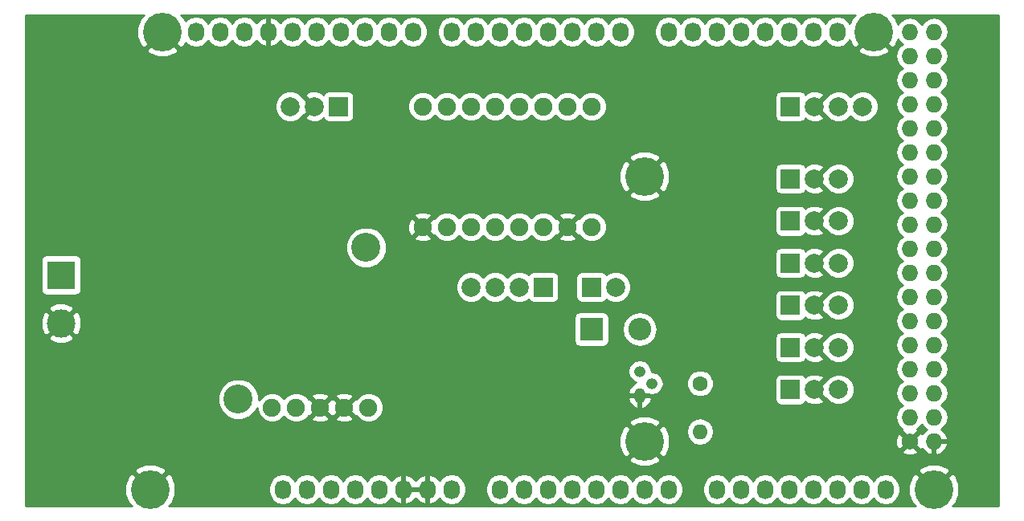
<source format=gtl>
G04 #@! TF.FileFunction,Copper,L1,Top,Signal*
%FSLAX46Y46*%
G04 Gerber Fmt 4.6, Leading zero omitted, Abs format (unit mm)*
G04 Created by KiCad (PCBNEW 4.0.7) date 03/31/18 18:44:22*
%MOMM*%
%LPD*%
G01*
G04 APERTURE LIST*
%ADD10C,0.100000*%
%ADD11C,1.727200*%
%ADD12O,1.727200X1.727200*%
%ADD13O,1.727200X2.032000*%
%ADD14C,4.064000*%
%ADD15R,2.000000X2.000000*%
%ADD16C,2.000000*%
%ADD17R,3.000000X3.000000*%
%ADD18C,3.000000*%
%ADD19C,1.905000*%
%ADD20C,3.048000*%
%ADD21C,1.600000*%
%ADD22O,1.600000X1.600000*%
%ADD23R,2.400000X2.400000*%
%ADD24O,2.400000X2.400000*%
%ADD25O,1.200000X1.600000*%
%ADD26O,1.200000X1.200000*%
%ADD27C,0.254000*%
G04 APERTURE END LIST*
D10*
D11*
X197358000Y-114046000D03*
D12*
X199898000Y-114046000D03*
X197358000Y-111506000D03*
X199898000Y-111506000D03*
X197358000Y-108966000D03*
X199898000Y-108966000D03*
X197358000Y-106426000D03*
X199898000Y-106426000D03*
X197358000Y-103886000D03*
X199898000Y-103886000D03*
X197358000Y-101346000D03*
X199898000Y-101346000D03*
X197358000Y-98806000D03*
X199898000Y-98806000D03*
X197358000Y-96266000D03*
X199898000Y-96266000D03*
X197358000Y-93726000D03*
X199898000Y-93726000D03*
X197358000Y-91186000D03*
X199898000Y-91186000D03*
X197358000Y-88646000D03*
X199898000Y-88646000D03*
X197358000Y-86106000D03*
X199898000Y-86106000D03*
X197358000Y-83566000D03*
X199898000Y-83566000D03*
X197358000Y-81026000D03*
X199898000Y-81026000D03*
X197358000Y-78486000D03*
X199898000Y-78486000D03*
X197358000Y-75946000D03*
X199898000Y-75946000D03*
X197358000Y-73406000D03*
X199898000Y-73406000D03*
X197358000Y-70866000D03*
X199898000Y-70866000D03*
D13*
X131318000Y-119126000D03*
X133858000Y-119126000D03*
X136398000Y-119126000D03*
X138938000Y-119126000D03*
X141478000Y-119126000D03*
X144018000Y-119126000D03*
X146558000Y-119126000D03*
X149098000Y-119126000D03*
X154178000Y-119126000D03*
X156718000Y-119126000D03*
X159258000Y-119126000D03*
X161798000Y-119126000D03*
X164338000Y-119126000D03*
X166878000Y-119126000D03*
X169418000Y-119126000D03*
X171958000Y-119126000D03*
X177038000Y-119126000D03*
X179578000Y-119126000D03*
X182118000Y-119126000D03*
X184658000Y-119126000D03*
X187198000Y-119126000D03*
X189738000Y-119126000D03*
X192278000Y-119126000D03*
X194818000Y-119126000D03*
X122174000Y-70866000D03*
X124714000Y-70866000D03*
X127254000Y-70866000D03*
X129794000Y-70866000D03*
X132334000Y-70866000D03*
X134874000Y-70866000D03*
X137414000Y-70866000D03*
X139954000Y-70866000D03*
X142494000Y-70866000D03*
X145034000Y-70866000D03*
X149098000Y-70866000D03*
X151638000Y-70866000D03*
X154178000Y-70866000D03*
X156718000Y-70866000D03*
X159258000Y-70866000D03*
X161798000Y-70866000D03*
X164338000Y-70866000D03*
X166878000Y-70866000D03*
X171958000Y-70866000D03*
X174498000Y-70866000D03*
X177038000Y-70866000D03*
X179578000Y-70866000D03*
X182118000Y-70866000D03*
X184658000Y-70866000D03*
X187198000Y-70866000D03*
X189738000Y-70866000D03*
D14*
X117348000Y-119126000D03*
X169418000Y-114046000D03*
X199898000Y-119126000D03*
X118618000Y-70866000D03*
X169418000Y-86106000D03*
X193548000Y-70866000D03*
D15*
X184785000Y-108585000D03*
D16*
X187325000Y-108585000D03*
X189865000Y-108585000D03*
D15*
X184785000Y-104140000D03*
D16*
X187325000Y-104140000D03*
X189865000Y-104140000D03*
D15*
X184785000Y-99695000D03*
D16*
X187325000Y-99695000D03*
X189865000Y-99695000D03*
D15*
X184785000Y-95250000D03*
D16*
X187325000Y-95250000D03*
X189865000Y-95250000D03*
D15*
X184785000Y-90805000D03*
D16*
X187325000Y-90805000D03*
X189865000Y-90805000D03*
D15*
X184785000Y-86360000D03*
D16*
X187325000Y-86360000D03*
X189865000Y-86360000D03*
D15*
X137160000Y-78740000D03*
D16*
X134620000Y-78740000D03*
X132080000Y-78740000D03*
D15*
X158750000Y-97790000D03*
D16*
X156210000Y-97790000D03*
X153670000Y-97790000D03*
X151130000Y-97790000D03*
D15*
X184785000Y-78740000D03*
D16*
X187325000Y-78740000D03*
X189865000Y-78740000D03*
X192405000Y-78740000D03*
D17*
X107950000Y-96520000D03*
D18*
X107950000Y-101600000D03*
D15*
X163830000Y-97790000D03*
D16*
X166370000Y-97790000D03*
D19*
X163830000Y-91440000D03*
X163830000Y-78740000D03*
X161290000Y-91440000D03*
X161290000Y-78740000D03*
X158750000Y-91440000D03*
X158750000Y-78740000D03*
X156210000Y-91440000D03*
X156210000Y-78740000D03*
X153670000Y-91440000D03*
X153670000Y-78740000D03*
X151130000Y-91440000D03*
X151130000Y-78740000D03*
X148590000Y-91440000D03*
X148590000Y-78740000D03*
X146050000Y-91440000D03*
X146050000Y-78740000D03*
X130175000Y-110490000D03*
X132715000Y-110490000D03*
X135255000Y-110490000D03*
X137795000Y-110490000D03*
X140335000Y-110490000D03*
D20*
X126619000Y-109601000D03*
X140081000Y-93599000D03*
D21*
X175260000Y-107950000D03*
D22*
X175260000Y-113030000D03*
D23*
X163830000Y-102235000D03*
D24*
X168910000Y-102235000D03*
D25*
X168910000Y-109220000D03*
D26*
X170180000Y-107950000D03*
X168910000Y-106680000D03*
D27*
G36*
X116345832Y-69372154D02*
X115947120Y-70355388D01*
X115955025Y-71416357D01*
X116345832Y-72359846D01*
X116719879Y-72584516D01*
X118438395Y-70866000D01*
X118424253Y-70851858D01*
X118603858Y-70672253D01*
X118618000Y-70686395D01*
X118632143Y-70672253D01*
X118811748Y-70851858D01*
X118797605Y-70866000D01*
X120516121Y-72584516D01*
X120890168Y-72359846D01*
X121037775Y-71995843D01*
X121114330Y-72110415D01*
X121600511Y-72435271D01*
X122174000Y-72549345D01*
X122747489Y-72435271D01*
X123233670Y-72110415D01*
X123444000Y-71795634D01*
X123654330Y-72110415D01*
X124140511Y-72435271D01*
X124714000Y-72549345D01*
X125287489Y-72435271D01*
X125773670Y-72110415D01*
X125984000Y-71795634D01*
X126194330Y-72110415D01*
X126680511Y-72435271D01*
X127254000Y-72549345D01*
X127827489Y-72435271D01*
X128313670Y-72110415D01*
X128520461Y-71800931D01*
X128891964Y-72216732D01*
X129419209Y-72470709D01*
X129434974Y-72473358D01*
X129667000Y-72352217D01*
X129667000Y-70993000D01*
X129647000Y-70993000D01*
X129647000Y-70739000D01*
X129667000Y-70739000D01*
X129667000Y-69379783D01*
X129921000Y-69379783D01*
X129921000Y-70739000D01*
X129941000Y-70739000D01*
X129941000Y-70993000D01*
X129921000Y-70993000D01*
X129921000Y-72352217D01*
X130153026Y-72473358D01*
X130168791Y-72470709D01*
X130696036Y-72216732D01*
X131067539Y-71800931D01*
X131274330Y-72110415D01*
X131760511Y-72435271D01*
X132334000Y-72549345D01*
X132907489Y-72435271D01*
X133393670Y-72110415D01*
X133604000Y-71795634D01*
X133814330Y-72110415D01*
X134300511Y-72435271D01*
X134874000Y-72549345D01*
X135447489Y-72435271D01*
X135933670Y-72110415D01*
X136144000Y-71795634D01*
X136354330Y-72110415D01*
X136840511Y-72435271D01*
X137414000Y-72549345D01*
X137987489Y-72435271D01*
X138473670Y-72110415D01*
X138684000Y-71795634D01*
X138894330Y-72110415D01*
X139380511Y-72435271D01*
X139954000Y-72549345D01*
X140527489Y-72435271D01*
X141013670Y-72110415D01*
X141224000Y-71795634D01*
X141434330Y-72110415D01*
X141920511Y-72435271D01*
X142494000Y-72549345D01*
X143067489Y-72435271D01*
X143553670Y-72110415D01*
X143764000Y-71795634D01*
X143974330Y-72110415D01*
X144460511Y-72435271D01*
X145034000Y-72549345D01*
X145607489Y-72435271D01*
X146093670Y-72110415D01*
X146418526Y-71624234D01*
X146532600Y-71050745D01*
X146532600Y-70681255D01*
X147599400Y-70681255D01*
X147599400Y-71050745D01*
X147713474Y-71624234D01*
X148038330Y-72110415D01*
X148524511Y-72435271D01*
X149098000Y-72549345D01*
X149671489Y-72435271D01*
X150157670Y-72110415D01*
X150368000Y-71795634D01*
X150578330Y-72110415D01*
X151064511Y-72435271D01*
X151638000Y-72549345D01*
X152211489Y-72435271D01*
X152697670Y-72110415D01*
X152908000Y-71795634D01*
X153118330Y-72110415D01*
X153604511Y-72435271D01*
X154178000Y-72549345D01*
X154751489Y-72435271D01*
X155237670Y-72110415D01*
X155448000Y-71795634D01*
X155658330Y-72110415D01*
X156144511Y-72435271D01*
X156718000Y-72549345D01*
X157291489Y-72435271D01*
X157777670Y-72110415D01*
X157988000Y-71795634D01*
X158198330Y-72110415D01*
X158684511Y-72435271D01*
X159258000Y-72549345D01*
X159831489Y-72435271D01*
X160317670Y-72110415D01*
X160528000Y-71795634D01*
X160738330Y-72110415D01*
X161224511Y-72435271D01*
X161798000Y-72549345D01*
X162371489Y-72435271D01*
X162857670Y-72110415D01*
X163068000Y-71795634D01*
X163278330Y-72110415D01*
X163764511Y-72435271D01*
X164338000Y-72549345D01*
X164911489Y-72435271D01*
X165397670Y-72110415D01*
X165608000Y-71795634D01*
X165818330Y-72110415D01*
X166304511Y-72435271D01*
X166878000Y-72549345D01*
X167451489Y-72435271D01*
X167937670Y-72110415D01*
X168262526Y-71624234D01*
X168376600Y-71050745D01*
X168376600Y-70681255D01*
X168262526Y-70107766D01*
X167937670Y-69621585D01*
X167451489Y-69296729D01*
X166878000Y-69182655D01*
X166304511Y-69296729D01*
X165818330Y-69621585D01*
X165608000Y-69936366D01*
X165397670Y-69621585D01*
X164911489Y-69296729D01*
X164338000Y-69182655D01*
X163764511Y-69296729D01*
X163278330Y-69621585D01*
X163068000Y-69936366D01*
X162857670Y-69621585D01*
X162371489Y-69296729D01*
X161798000Y-69182655D01*
X161224511Y-69296729D01*
X160738330Y-69621585D01*
X160528000Y-69936366D01*
X160317670Y-69621585D01*
X159831489Y-69296729D01*
X159258000Y-69182655D01*
X158684511Y-69296729D01*
X158198330Y-69621585D01*
X157988000Y-69936366D01*
X157777670Y-69621585D01*
X157291489Y-69296729D01*
X156718000Y-69182655D01*
X156144511Y-69296729D01*
X155658330Y-69621585D01*
X155448000Y-69936366D01*
X155237670Y-69621585D01*
X154751489Y-69296729D01*
X154178000Y-69182655D01*
X153604511Y-69296729D01*
X153118330Y-69621585D01*
X152908000Y-69936366D01*
X152697670Y-69621585D01*
X152211489Y-69296729D01*
X151638000Y-69182655D01*
X151064511Y-69296729D01*
X150578330Y-69621585D01*
X150368000Y-69936366D01*
X150157670Y-69621585D01*
X149671489Y-69296729D01*
X149098000Y-69182655D01*
X148524511Y-69296729D01*
X148038330Y-69621585D01*
X147713474Y-70107766D01*
X147599400Y-70681255D01*
X146532600Y-70681255D01*
X146418526Y-70107766D01*
X146093670Y-69621585D01*
X145607489Y-69296729D01*
X145034000Y-69182655D01*
X144460511Y-69296729D01*
X143974330Y-69621585D01*
X143764000Y-69936366D01*
X143553670Y-69621585D01*
X143067489Y-69296729D01*
X142494000Y-69182655D01*
X141920511Y-69296729D01*
X141434330Y-69621585D01*
X141224000Y-69936366D01*
X141013670Y-69621585D01*
X140527489Y-69296729D01*
X139954000Y-69182655D01*
X139380511Y-69296729D01*
X138894330Y-69621585D01*
X138684000Y-69936366D01*
X138473670Y-69621585D01*
X137987489Y-69296729D01*
X137414000Y-69182655D01*
X136840511Y-69296729D01*
X136354330Y-69621585D01*
X136144000Y-69936366D01*
X135933670Y-69621585D01*
X135447489Y-69296729D01*
X134874000Y-69182655D01*
X134300511Y-69296729D01*
X133814330Y-69621585D01*
X133604000Y-69936366D01*
X133393670Y-69621585D01*
X132907489Y-69296729D01*
X132334000Y-69182655D01*
X131760511Y-69296729D01*
X131274330Y-69621585D01*
X131067539Y-69931069D01*
X130696036Y-69515268D01*
X130168791Y-69261291D01*
X130153026Y-69258642D01*
X129921000Y-69379783D01*
X129667000Y-69379783D01*
X129434974Y-69258642D01*
X129419209Y-69261291D01*
X128891964Y-69515268D01*
X128520461Y-69931069D01*
X128313670Y-69621585D01*
X127827489Y-69296729D01*
X127254000Y-69182655D01*
X126680511Y-69296729D01*
X126194330Y-69621585D01*
X125984000Y-69936366D01*
X125773670Y-69621585D01*
X125287489Y-69296729D01*
X124714000Y-69182655D01*
X124140511Y-69296729D01*
X123654330Y-69621585D01*
X123444000Y-69936366D01*
X123233670Y-69621585D01*
X122747489Y-69296729D01*
X122174000Y-69182655D01*
X121600511Y-69296729D01*
X121114330Y-69621585D01*
X121039731Y-69733230D01*
X120890168Y-69372154D01*
X120543951Y-69164200D01*
X191622049Y-69164200D01*
X191275832Y-69372154D01*
X191032294Y-69972725D01*
X190797670Y-69621585D01*
X190311489Y-69296729D01*
X189738000Y-69182655D01*
X189164511Y-69296729D01*
X188678330Y-69621585D01*
X188468000Y-69936366D01*
X188257670Y-69621585D01*
X187771489Y-69296729D01*
X187198000Y-69182655D01*
X186624511Y-69296729D01*
X186138330Y-69621585D01*
X185928000Y-69936366D01*
X185717670Y-69621585D01*
X185231489Y-69296729D01*
X184658000Y-69182655D01*
X184084511Y-69296729D01*
X183598330Y-69621585D01*
X183388000Y-69936366D01*
X183177670Y-69621585D01*
X182691489Y-69296729D01*
X182118000Y-69182655D01*
X181544511Y-69296729D01*
X181058330Y-69621585D01*
X180848000Y-69936366D01*
X180637670Y-69621585D01*
X180151489Y-69296729D01*
X179578000Y-69182655D01*
X179004511Y-69296729D01*
X178518330Y-69621585D01*
X178308000Y-69936366D01*
X178097670Y-69621585D01*
X177611489Y-69296729D01*
X177038000Y-69182655D01*
X176464511Y-69296729D01*
X175978330Y-69621585D01*
X175768000Y-69936366D01*
X175557670Y-69621585D01*
X175071489Y-69296729D01*
X174498000Y-69182655D01*
X173924511Y-69296729D01*
X173438330Y-69621585D01*
X173228000Y-69936366D01*
X173017670Y-69621585D01*
X172531489Y-69296729D01*
X171958000Y-69182655D01*
X171384511Y-69296729D01*
X170898330Y-69621585D01*
X170573474Y-70107766D01*
X170459400Y-70681255D01*
X170459400Y-71050745D01*
X170573474Y-71624234D01*
X170898330Y-72110415D01*
X171384511Y-72435271D01*
X171958000Y-72549345D01*
X172531489Y-72435271D01*
X173017670Y-72110415D01*
X173228000Y-71795634D01*
X173438330Y-72110415D01*
X173924511Y-72435271D01*
X174498000Y-72549345D01*
X175071489Y-72435271D01*
X175557670Y-72110415D01*
X175768000Y-71795634D01*
X175978330Y-72110415D01*
X176464511Y-72435271D01*
X177038000Y-72549345D01*
X177611489Y-72435271D01*
X178097670Y-72110415D01*
X178308000Y-71795634D01*
X178518330Y-72110415D01*
X179004511Y-72435271D01*
X179578000Y-72549345D01*
X180151489Y-72435271D01*
X180637670Y-72110415D01*
X180848000Y-71795634D01*
X181058330Y-72110415D01*
X181544511Y-72435271D01*
X182118000Y-72549345D01*
X182691489Y-72435271D01*
X183177670Y-72110415D01*
X183388000Y-71795634D01*
X183598330Y-72110415D01*
X184084511Y-72435271D01*
X184658000Y-72549345D01*
X185231489Y-72435271D01*
X185717670Y-72110415D01*
X185928000Y-71795634D01*
X186138330Y-72110415D01*
X186624511Y-72435271D01*
X187198000Y-72549345D01*
X187771489Y-72435271D01*
X188257670Y-72110415D01*
X188468000Y-71795634D01*
X188678330Y-72110415D01*
X189164511Y-72435271D01*
X189738000Y-72549345D01*
X190311489Y-72435271D01*
X190797670Y-72110415D01*
X191029067Y-71764105D01*
X191275832Y-72359846D01*
X191649879Y-72584516D01*
X193368395Y-70866000D01*
X193354253Y-70851858D01*
X193533858Y-70672253D01*
X193548000Y-70686395D01*
X193562143Y-70672253D01*
X193741748Y-70851858D01*
X193727605Y-70866000D01*
X195446121Y-72584516D01*
X195820168Y-72359846D01*
X196102919Y-71662576D01*
X196298330Y-71955029D01*
X196569172Y-72136000D01*
X196298330Y-72316971D01*
X195973474Y-72803152D01*
X195859400Y-73376641D01*
X195859400Y-73435359D01*
X195973474Y-74008848D01*
X196298330Y-74495029D01*
X196569172Y-74676000D01*
X196298330Y-74856971D01*
X195973474Y-75343152D01*
X195859400Y-75916641D01*
X195859400Y-75975359D01*
X195973474Y-76548848D01*
X196298330Y-77035029D01*
X196569172Y-77216000D01*
X196298330Y-77396971D01*
X195973474Y-77883152D01*
X195859400Y-78456641D01*
X195859400Y-78515359D01*
X195973474Y-79088848D01*
X196298330Y-79575029D01*
X196569172Y-79756000D01*
X196298330Y-79936971D01*
X195973474Y-80423152D01*
X195859400Y-80996641D01*
X195859400Y-81055359D01*
X195973474Y-81628848D01*
X196298330Y-82115029D01*
X196569172Y-82296000D01*
X196298330Y-82476971D01*
X195973474Y-82963152D01*
X195859400Y-83536641D01*
X195859400Y-83595359D01*
X195973474Y-84168848D01*
X196298330Y-84655029D01*
X196569172Y-84836000D01*
X196298330Y-85016971D01*
X195973474Y-85503152D01*
X195859400Y-86076641D01*
X195859400Y-86135359D01*
X195973474Y-86708848D01*
X196298330Y-87195029D01*
X196569172Y-87376000D01*
X196298330Y-87556971D01*
X195973474Y-88043152D01*
X195859400Y-88616641D01*
X195859400Y-88675359D01*
X195973474Y-89248848D01*
X196298330Y-89735029D01*
X196569172Y-89916000D01*
X196298330Y-90096971D01*
X195973474Y-90583152D01*
X195859400Y-91156641D01*
X195859400Y-91215359D01*
X195973474Y-91788848D01*
X196298330Y-92275029D01*
X196569172Y-92456000D01*
X196298330Y-92636971D01*
X195973474Y-93123152D01*
X195859400Y-93696641D01*
X195859400Y-93755359D01*
X195973474Y-94328848D01*
X196298330Y-94815029D01*
X196569172Y-94996000D01*
X196298330Y-95176971D01*
X195973474Y-95663152D01*
X195859400Y-96236641D01*
X195859400Y-96295359D01*
X195973474Y-96868848D01*
X196298330Y-97355029D01*
X196569172Y-97536000D01*
X196298330Y-97716971D01*
X195973474Y-98203152D01*
X195859400Y-98776641D01*
X195859400Y-98835359D01*
X195973474Y-99408848D01*
X196298330Y-99895029D01*
X196569172Y-100076000D01*
X196298330Y-100256971D01*
X195973474Y-100743152D01*
X195859400Y-101316641D01*
X195859400Y-101375359D01*
X195973474Y-101948848D01*
X196298330Y-102435029D01*
X196569172Y-102616000D01*
X196298330Y-102796971D01*
X195973474Y-103283152D01*
X195859400Y-103856641D01*
X195859400Y-103915359D01*
X195973474Y-104488848D01*
X196298330Y-104975029D01*
X196569172Y-105156000D01*
X196298330Y-105336971D01*
X195973474Y-105823152D01*
X195859400Y-106396641D01*
X195859400Y-106455359D01*
X195973474Y-107028848D01*
X196298330Y-107515029D01*
X196569172Y-107696000D01*
X196298330Y-107876971D01*
X195973474Y-108363152D01*
X195859400Y-108936641D01*
X195859400Y-108995359D01*
X195973474Y-109568848D01*
X196298330Y-110055029D01*
X196569172Y-110236000D01*
X196298330Y-110416971D01*
X195973474Y-110903152D01*
X195859400Y-111476641D01*
X195859400Y-111535359D01*
X195973474Y-112108848D01*
X196298330Y-112595029D01*
X196556620Y-112767613D01*
X196483800Y-112992195D01*
X197358000Y-113866395D01*
X198232200Y-112992195D01*
X198159380Y-112767613D01*
X198417670Y-112595029D01*
X198628000Y-112280248D01*
X198838330Y-112595029D01*
X199109161Y-112775992D01*
X198691179Y-113157510D01*
X198648510Y-113248551D01*
X198411805Y-113171800D01*
X197537605Y-114046000D01*
X198411805Y-114920200D01*
X198648510Y-114843449D01*
X198691179Y-114934490D01*
X199123053Y-115328688D01*
X199538974Y-115500958D01*
X199771000Y-115379817D01*
X199771000Y-114173000D01*
X200025000Y-114173000D01*
X200025000Y-115379817D01*
X200257026Y-115500958D01*
X200672947Y-115328688D01*
X201104821Y-114934490D01*
X201352968Y-114405027D01*
X201232469Y-114173000D01*
X200025000Y-114173000D01*
X199771000Y-114173000D01*
X199751000Y-114173000D01*
X199751000Y-113919000D01*
X199771000Y-113919000D01*
X199771000Y-113899000D01*
X200025000Y-113899000D01*
X200025000Y-113919000D01*
X201232469Y-113919000D01*
X201352968Y-113686973D01*
X201104821Y-113157510D01*
X200686839Y-112775992D01*
X200957670Y-112595029D01*
X201282526Y-112108848D01*
X201396600Y-111535359D01*
X201396600Y-111476641D01*
X201282526Y-110903152D01*
X200957670Y-110416971D01*
X200686828Y-110236000D01*
X200957670Y-110055029D01*
X201282526Y-109568848D01*
X201396600Y-108995359D01*
X201396600Y-108936641D01*
X201282526Y-108363152D01*
X200957670Y-107876971D01*
X200686828Y-107696000D01*
X200957670Y-107515029D01*
X201282526Y-107028848D01*
X201396600Y-106455359D01*
X201396600Y-106396641D01*
X201282526Y-105823152D01*
X200957670Y-105336971D01*
X200686828Y-105156000D01*
X200957670Y-104975029D01*
X201282526Y-104488848D01*
X201396600Y-103915359D01*
X201396600Y-103856641D01*
X201282526Y-103283152D01*
X200957670Y-102796971D01*
X200686828Y-102616000D01*
X200957670Y-102435029D01*
X201282526Y-101948848D01*
X201396600Y-101375359D01*
X201396600Y-101316641D01*
X201282526Y-100743152D01*
X200957670Y-100256971D01*
X200686828Y-100076000D01*
X200957670Y-99895029D01*
X201282526Y-99408848D01*
X201396600Y-98835359D01*
X201396600Y-98776641D01*
X201282526Y-98203152D01*
X200957670Y-97716971D01*
X200686828Y-97536000D01*
X200957670Y-97355029D01*
X201282526Y-96868848D01*
X201396600Y-96295359D01*
X201396600Y-96236641D01*
X201282526Y-95663152D01*
X200957670Y-95176971D01*
X200686828Y-94996000D01*
X200957670Y-94815029D01*
X201282526Y-94328848D01*
X201396600Y-93755359D01*
X201396600Y-93696641D01*
X201282526Y-93123152D01*
X200957670Y-92636971D01*
X200686828Y-92456000D01*
X200957670Y-92275029D01*
X201282526Y-91788848D01*
X201396600Y-91215359D01*
X201396600Y-91156641D01*
X201282526Y-90583152D01*
X200957670Y-90096971D01*
X200686828Y-89916000D01*
X200957670Y-89735029D01*
X201282526Y-89248848D01*
X201396600Y-88675359D01*
X201396600Y-88616641D01*
X201282526Y-88043152D01*
X200957670Y-87556971D01*
X200686828Y-87376000D01*
X200957670Y-87195029D01*
X201282526Y-86708848D01*
X201396600Y-86135359D01*
X201396600Y-86076641D01*
X201282526Y-85503152D01*
X200957670Y-85016971D01*
X200686828Y-84836000D01*
X200957670Y-84655029D01*
X201282526Y-84168848D01*
X201396600Y-83595359D01*
X201396600Y-83536641D01*
X201282526Y-82963152D01*
X200957670Y-82476971D01*
X200686828Y-82296000D01*
X200957670Y-82115029D01*
X201282526Y-81628848D01*
X201396600Y-81055359D01*
X201396600Y-80996641D01*
X201282526Y-80423152D01*
X200957670Y-79936971D01*
X200686828Y-79756000D01*
X200957670Y-79575029D01*
X201282526Y-79088848D01*
X201396600Y-78515359D01*
X201396600Y-78456641D01*
X201282526Y-77883152D01*
X200957670Y-77396971D01*
X200686828Y-77216000D01*
X200957670Y-77035029D01*
X201282526Y-76548848D01*
X201396600Y-75975359D01*
X201396600Y-75916641D01*
X201282526Y-75343152D01*
X200957670Y-74856971D01*
X200686828Y-74676000D01*
X200957670Y-74495029D01*
X201282526Y-74008848D01*
X201396600Y-73435359D01*
X201396600Y-73376641D01*
X201282526Y-72803152D01*
X200957670Y-72316971D01*
X200686828Y-72136000D01*
X200957670Y-71955029D01*
X201282526Y-71468848D01*
X201396600Y-70895359D01*
X201396600Y-70836641D01*
X201282526Y-70263152D01*
X200957670Y-69776971D01*
X200471489Y-69452115D01*
X199898000Y-69338041D01*
X199324511Y-69452115D01*
X198838330Y-69776971D01*
X198628000Y-70091752D01*
X198417670Y-69776971D01*
X197931489Y-69452115D01*
X197358000Y-69338041D01*
X196784511Y-69452115D01*
X196298330Y-69776971D01*
X196106665Y-70063817D01*
X195820168Y-69372154D01*
X195473951Y-69164200D01*
X206679800Y-69164200D01*
X206679800Y-120827800D01*
X201823951Y-120827800D01*
X202170168Y-120619846D01*
X202568880Y-119636612D01*
X202560975Y-118575643D01*
X202170168Y-117632154D01*
X201796121Y-117407484D01*
X200077605Y-119126000D01*
X200091748Y-119140143D01*
X199912143Y-119319748D01*
X199898000Y-119305605D01*
X199883858Y-119319748D01*
X199704253Y-119140143D01*
X199718395Y-119126000D01*
X197999879Y-117407484D01*
X197625832Y-117632154D01*
X197227120Y-118615388D01*
X197235025Y-119676357D01*
X197625832Y-120619846D01*
X197972049Y-120827800D01*
X119273951Y-120827800D01*
X119620168Y-120619846D01*
X120018880Y-119636612D01*
X120013700Y-118941255D01*
X129819400Y-118941255D01*
X129819400Y-119310745D01*
X129933474Y-119884234D01*
X130258330Y-120370415D01*
X130744511Y-120695271D01*
X131318000Y-120809345D01*
X131891489Y-120695271D01*
X132377670Y-120370415D01*
X132588000Y-120055634D01*
X132798330Y-120370415D01*
X133284511Y-120695271D01*
X133858000Y-120809345D01*
X134431489Y-120695271D01*
X134917670Y-120370415D01*
X135128000Y-120055634D01*
X135338330Y-120370415D01*
X135824511Y-120695271D01*
X136398000Y-120809345D01*
X136971489Y-120695271D01*
X137457670Y-120370415D01*
X137668000Y-120055634D01*
X137878330Y-120370415D01*
X138364511Y-120695271D01*
X138938000Y-120809345D01*
X139511489Y-120695271D01*
X139997670Y-120370415D01*
X140208000Y-120055634D01*
X140418330Y-120370415D01*
X140904511Y-120695271D01*
X141478000Y-120809345D01*
X142051489Y-120695271D01*
X142537670Y-120370415D01*
X142744461Y-120060931D01*
X143115964Y-120476732D01*
X143643209Y-120730709D01*
X143658974Y-120733358D01*
X143891000Y-120612217D01*
X143891000Y-119253000D01*
X144145000Y-119253000D01*
X144145000Y-120612217D01*
X144377026Y-120733358D01*
X144392791Y-120730709D01*
X144920036Y-120476732D01*
X145288000Y-120064892D01*
X145655964Y-120476732D01*
X146183209Y-120730709D01*
X146198974Y-120733358D01*
X146431000Y-120612217D01*
X146431000Y-119253000D01*
X144145000Y-119253000D01*
X143891000Y-119253000D01*
X143871000Y-119253000D01*
X143871000Y-118999000D01*
X143891000Y-118999000D01*
X143891000Y-117639783D01*
X144145000Y-117639783D01*
X144145000Y-118999000D01*
X146431000Y-118999000D01*
X146431000Y-117639783D01*
X146685000Y-117639783D01*
X146685000Y-118999000D01*
X146705000Y-118999000D01*
X146705000Y-119253000D01*
X146685000Y-119253000D01*
X146685000Y-120612217D01*
X146917026Y-120733358D01*
X146932791Y-120730709D01*
X147460036Y-120476732D01*
X147831539Y-120060931D01*
X148038330Y-120370415D01*
X148524511Y-120695271D01*
X149098000Y-120809345D01*
X149671489Y-120695271D01*
X150157670Y-120370415D01*
X150482526Y-119884234D01*
X150596600Y-119310745D01*
X150596600Y-118941255D01*
X152679400Y-118941255D01*
X152679400Y-119310745D01*
X152793474Y-119884234D01*
X153118330Y-120370415D01*
X153604511Y-120695271D01*
X154178000Y-120809345D01*
X154751489Y-120695271D01*
X155237670Y-120370415D01*
X155448000Y-120055634D01*
X155658330Y-120370415D01*
X156144511Y-120695271D01*
X156718000Y-120809345D01*
X157291489Y-120695271D01*
X157777670Y-120370415D01*
X157988000Y-120055634D01*
X158198330Y-120370415D01*
X158684511Y-120695271D01*
X159258000Y-120809345D01*
X159831489Y-120695271D01*
X160317670Y-120370415D01*
X160528000Y-120055634D01*
X160738330Y-120370415D01*
X161224511Y-120695271D01*
X161798000Y-120809345D01*
X162371489Y-120695271D01*
X162857670Y-120370415D01*
X163068000Y-120055634D01*
X163278330Y-120370415D01*
X163764511Y-120695271D01*
X164338000Y-120809345D01*
X164911489Y-120695271D01*
X165397670Y-120370415D01*
X165608000Y-120055634D01*
X165818330Y-120370415D01*
X166304511Y-120695271D01*
X166878000Y-120809345D01*
X167451489Y-120695271D01*
X167937670Y-120370415D01*
X168148000Y-120055634D01*
X168358330Y-120370415D01*
X168844511Y-120695271D01*
X169418000Y-120809345D01*
X169991489Y-120695271D01*
X170477670Y-120370415D01*
X170688000Y-120055634D01*
X170898330Y-120370415D01*
X171384511Y-120695271D01*
X171958000Y-120809345D01*
X172531489Y-120695271D01*
X173017670Y-120370415D01*
X173342526Y-119884234D01*
X173456600Y-119310745D01*
X173456600Y-118941255D01*
X175539400Y-118941255D01*
X175539400Y-119310745D01*
X175653474Y-119884234D01*
X175978330Y-120370415D01*
X176464511Y-120695271D01*
X177038000Y-120809345D01*
X177611489Y-120695271D01*
X178097670Y-120370415D01*
X178308000Y-120055634D01*
X178518330Y-120370415D01*
X179004511Y-120695271D01*
X179578000Y-120809345D01*
X180151489Y-120695271D01*
X180637670Y-120370415D01*
X180848000Y-120055634D01*
X181058330Y-120370415D01*
X181544511Y-120695271D01*
X182118000Y-120809345D01*
X182691489Y-120695271D01*
X183177670Y-120370415D01*
X183388000Y-120055634D01*
X183598330Y-120370415D01*
X184084511Y-120695271D01*
X184658000Y-120809345D01*
X185231489Y-120695271D01*
X185717670Y-120370415D01*
X185928000Y-120055634D01*
X186138330Y-120370415D01*
X186624511Y-120695271D01*
X187198000Y-120809345D01*
X187771489Y-120695271D01*
X188257670Y-120370415D01*
X188468000Y-120055634D01*
X188678330Y-120370415D01*
X189164511Y-120695271D01*
X189738000Y-120809345D01*
X190311489Y-120695271D01*
X190797670Y-120370415D01*
X191008000Y-120055634D01*
X191218330Y-120370415D01*
X191704511Y-120695271D01*
X192278000Y-120809345D01*
X192851489Y-120695271D01*
X193337670Y-120370415D01*
X193548000Y-120055634D01*
X193758330Y-120370415D01*
X194244511Y-120695271D01*
X194818000Y-120809345D01*
X195391489Y-120695271D01*
X195877670Y-120370415D01*
X196202526Y-119884234D01*
X196316600Y-119310745D01*
X196316600Y-118941255D01*
X196202526Y-118367766D01*
X195877670Y-117881585D01*
X195391489Y-117556729D01*
X194818000Y-117442655D01*
X194244511Y-117556729D01*
X193758330Y-117881585D01*
X193548000Y-118196366D01*
X193337670Y-117881585D01*
X192851489Y-117556729D01*
X192278000Y-117442655D01*
X191704511Y-117556729D01*
X191218330Y-117881585D01*
X191008000Y-118196366D01*
X190797670Y-117881585D01*
X190311489Y-117556729D01*
X189738000Y-117442655D01*
X189164511Y-117556729D01*
X188678330Y-117881585D01*
X188468000Y-118196366D01*
X188257670Y-117881585D01*
X187771489Y-117556729D01*
X187198000Y-117442655D01*
X186624511Y-117556729D01*
X186138330Y-117881585D01*
X185928000Y-118196366D01*
X185717670Y-117881585D01*
X185231489Y-117556729D01*
X184658000Y-117442655D01*
X184084511Y-117556729D01*
X183598330Y-117881585D01*
X183388000Y-118196366D01*
X183177670Y-117881585D01*
X182691489Y-117556729D01*
X182118000Y-117442655D01*
X181544511Y-117556729D01*
X181058330Y-117881585D01*
X180848000Y-118196366D01*
X180637670Y-117881585D01*
X180151489Y-117556729D01*
X179578000Y-117442655D01*
X179004511Y-117556729D01*
X178518330Y-117881585D01*
X178308000Y-118196366D01*
X178097670Y-117881585D01*
X177611489Y-117556729D01*
X177038000Y-117442655D01*
X176464511Y-117556729D01*
X175978330Y-117881585D01*
X175653474Y-118367766D01*
X175539400Y-118941255D01*
X173456600Y-118941255D01*
X173342526Y-118367766D01*
X173017670Y-117881585D01*
X172531489Y-117556729D01*
X171958000Y-117442655D01*
X171384511Y-117556729D01*
X170898330Y-117881585D01*
X170688000Y-118196366D01*
X170477670Y-117881585D01*
X169991489Y-117556729D01*
X169418000Y-117442655D01*
X168844511Y-117556729D01*
X168358330Y-117881585D01*
X168148000Y-118196366D01*
X167937670Y-117881585D01*
X167451489Y-117556729D01*
X166878000Y-117442655D01*
X166304511Y-117556729D01*
X165818330Y-117881585D01*
X165608000Y-118196366D01*
X165397670Y-117881585D01*
X164911489Y-117556729D01*
X164338000Y-117442655D01*
X163764511Y-117556729D01*
X163278330Y-117881585D01*
X163068000Y-118196366D01*
X162857670Y-117881585D01*
X162371489Y-117556729D01*
X161798000Y-117442655D01*
X161224511Y-117556729D01*
X160738330Y-117881585D01*
X160528000Y-118196366D01*
X160317670Y-117881585D01*
X159831489Y-117556729D01*
X159258000Y-117442655D01*
X158684511Y-117556729D01*
X158198330Y-117881585D01*
X157988000Y-118196366D01*
X157777670Y-117881585D01*
X157291489Y-117556729D01*
X156718000Y-117442655D01*
X156144511Y-117556729D01*
X155658330Y-117881585D01*
X155448000Y-118196366D01*
X155237670Y-117881585D01*
X154751489Y-117556729D01*
X154178000Y-117442655D01*
X153604511Y-117556729D01*
X153118330Y-117881585D01*
X152793474Y-118367766D01*
X152679400Y-118941255D01*
X150596600Y-118941255D01*
X150482526Y-118367766D01*
X150157670Y-117881585D01*
X149671489Y-117556729D01*
X149098000Y-117442655D01*
X148524511Y-117556729D01*
X148038330Y-117881585D01*
X147831539Y-118191069D01*
X147460036Y-117775268D01*
X146932791Y-117521291D01*
X146917026Y-117518642D01*
X146685000Y-117639783D01*
X146431000Y-117639783D01*
X146198974Y-117518642D01*
X146183209Y-117521291D01*
X145655964Y-117775268D01*
X145288000Y-118187108D01*
X144920036Y-117775268D01*
X144392791Y-117521291D01*
X144377026Y-117518642D01*
X144145000Y-117639783D01*
X143891000Y-117639783D01*
X143658974Y-117518642D01*
X143643209Y-117521291D01*
X143115964Y-117775268D01*
X142744461Y-118191069D01*
X142537670Y-117881585D01*
X142051489Y-117556729D01*
X141478000Y-117442655D01*
X140904511Y-117556729D01*
X140418330Y-117881585D01*
X140208000Y-118196366D01*
X139997670Y-117881585D01*
X139511489Y-117556729D01*
X138938000Y-117442655D01*
X138364511Y-117556729D01*
X137878330Y-117881585D01*
X137668000Y-118196366D01*
X137457670Y-117881585D01*
X136971489Y-117556729D01*
X136398000Y-117442655D01*
X135824511Y-117556729D01*
X135338330Y-117881585D01*
X135128000Y-118196366D01*
X134917670Y-117881585D01*
X134431489Y-117556729D01*
X133858000Y-117442655D01*
X133284511Y-117556729D01*
X132798330Y-117881585D01*
X132588000Y-118196366D01*
X132377670Y-117881585D01*
X131891489Y-117556729D01*
X131318000Y-117442655D01*
X130744511Y-117556729D01*
X130258330Y-117881585D01*
X129933474Y-118367766D01*
X129819400Y-118941255D01*
X120013700Y-118941255D01*
X120010975Y-118575643D01*
X119620168Y-117632154D01*
X119246121Y-117407484D01*
X117527605Y-119126000D01*
X117541748Y-119140143D01*
X117362143Y-119319748D01*
X117348000Y-119305605D01*
X117333858Y-119319748D01*
X117154253Y-119140143D01*
X117168395Y-119126000D01*
X115449879Y-117407484D01*
X115075832Y-117632154D01*
X114677120Y-118615388D01*
X114685025Y-119676357D01*
X115075832Y-120619846D01*
X115422049Y-120827800D01*
X104216200Y-120827800D01*
X104216200Y-117227879D01*
X115629484Y-117227879D01*
X117348000Y-118946395D01*
X119066516Y-117227879D01*
X198179484Y-117227879D01*
X199898000Y-118946395D01*
X201616516Y-117227879D01*
X201391846Y-116853832D01*
X200408612Y-116455120D01*
X199347643Y-116463025D01*
X198404154Y-116853832D01*
X198179484Y-117227879D01*
X119066516Y-117227879D01*
X118841846Y-116853832D01*
X117858612Y-116455120D01*
X116797643Y-116463025D01*
X115854154Y-116853832D01*
X115629484Y-117227879D01*
X104216200Y-117227879D01*
X104216200Y-115944121D01*
X167699484Y-115944121D01*
X167924154Y-116318168D01*
X168907388Y-116716880D01*
X169968357Y-116708975D01*
X170911846Y-116318168D01*
X171136516Y-115944121D01*
X169418000Y-114225605D01*
X167699484Y-115944121D01*
X104216200Y-115944121D01*
X104216200Y-113535388D01*
X166747120Y-113535388D01*
X166755025Y-114596357D01*
X167145832Y-115539846D01*
X167519879Y-115764516D01*
X169238395Y-114046000D01*
X169597605Y-114046000D01*
X171316121Y-115764516D01*
X171690168Y-115539846D01*
X171868609Y-115099805D01*
X196483800Y-115099805D01*
X196565741Y-115352516D01*
X197126030Y-115556248D01*
X197721635Y-115530058D01*
X198150259Y-115352516D01*
X198232200Y-115099805D01*
X197358000Y-114225605D01*
X196483800Y-115099805D01*
X171868609Y-115099805D01*
X172088880Y-114556612D01*
X172080975Y-113495643D01*
X171876455Y-113001887D01*
X173825000Y-113001887D01*
X173825000Y-113058113D01*
X173934233Y-113607264D01*
X174245302Y-114072811D01*
X174710849Y-114383880D01*
X175260000Y-114493113D01*
X175809151Y-114383880D01*
X176274698Y-114072811D01*
X176447610Y-113814030D01*
X195847752Y-113814030D01*
X195873942Y-114409635D01*
X196051484Y-114838259D01*
X196304195Y-114920200D01*
X197178395Y-114046000D01*
X196304195Y-113171800D01*
X196051484Y-113253741D01*
X195847752Y-113814030D01*
X176447610Y-113814030D01*
X176585767Y-113607264D01*
X176695000Y-113058113D01*
X176695000Y-113001887D01*
X176585767Y-112452736D01*
X176274698Y-111987189D01*
X175809151Y-111676120D01*
X175260000Y-111566887D01*
X174710849Y-111676120D01*
X174245302Y-111987189D01*
X173934233Y-112452736D01*
X173825000Y-113001887D01*
X171876455Y-113001887D01*
X171690168Y-112552154D01*
X171316121Y-112327484D01*
X169597605Y-114046000D01*
X169238395Y-114046000D01*
X167519879Y-112327484D01*
X167145832Y-112552154D01*
X166747120Y-113535388D01*
X104216200Y-113535388D01*
X104216200Y-112147879D01*
X167699484Y-112147879D01*
X169418000Y-113866395D01*
X171136516Y-112147879D01*
X170911846Y-111773832D01*
X169928612Y-111375120D01*
X168867643Y-111383025D01*
X167924154Y-111773832D01*
X167699484Y-112147879D01*
X104216200Y-112147879D01*
X104216200Y-110028567D01*
X124459626Y-110028567D01*
X124787622Y-110822377D01*
X125394428Y-111430244D01*
X126187664Y-111759624D01*
X127046567Y-111760374D01*
X127840377Y-111432378D01*
X128448244Y-110825572D01*
X128587499Y-110490208D01*
X128587225Y-110804388D01*
X128828398Y-111388072D01*
X129274579Y-111835032D01*
X129857841Y-112077224D01*
X130489388Y-112077775D01*
X131073072Y-111836602D01*
X131445257Y-111465065D01*
X131814579Y-111835032D01*
X132397841Y-112077224D01*
X133029388Y-112077775D01*
X133613072Y-111836602D01*
X133841913Y-111608159D01*
X134316446Y-111608159D01*
X134409288Y-111870088D01*
X135001801Y-112088675D01*
X135632861Y-112063878D01*
X136100712Y-111870088D01*
X136193554Y-111608159D01*
X136856446Y-111608159D01*
X136949288Y-111870088D01*
X137541801Y-112088675D01*
X138172861Y-112063878D01*
X138640712Y-111870088D01*
X138733554Y-111608159D01*
X137795000Y-110669605D01*
X136856446Y-111608159D01*
X136193554Y-111608159D01*
X135255000Y-110669605D01*
X134316446Y-111608159D01*
X133841913Y-111608159D01*
X134051968Y-111398471D01*
X134136841Y-111428554D01*
X135075395Y-110490000D01*
X135434605Y-110490000D01*
X136373159Y-111428554D01*
X136525000Y-111374733D01*
X136676841Y-111428554D01*
X137615395Y-110490000D01*
X137974605Y-110490000D01*
X138913159Y-111428554D01*
X138998583Y-111398275D01*
X139434579Y-111835032D01*
X140017841Y-112077224D01*
X140649388Y-112077775D01*
X141233072Y-111836602D01*
X141680032Y-111390421D01*
X141922224Y-110807159D01*
X141922775Y-110175612D01*
X141681602Y-109591928D01*
X141631443Y-109541681D01*
X167675090Y-109541681D01*
X167815657Y-110004998D01*
X168122828Y-110379255D01*
X168549839Y-110607474D01*
X168592391Y-110613462D01*
X168783000Y-110488731D01*
X168783000Y-109347000D01*
X169037000Y-109347000D01*
X169037000Y-110488731D01*
X169227609Y-110613462D01*
X169270161Y-110607474D01*
X169697172Y-110379255D01*
X170004343Y-110004998D01*
X170144910Y-109541681D01*
X169989991Y-109347000D01*
X169037000Y-109347000D01*
X168783000Y-109347000D01*
X167830009Y-109347000D01*
X167675090Y-109541681D01*
X141631443Y-109541681D01*
X141235421Y-109144968D01*
X140652159Y-108902776D01*
X140020612Y-108902225D01*
X139436928Y-109143398D01*
X138998032Y-109581529D01*
X138913159Y-109551446D01*
X137974605Y-110490000D01*
X137615395Y-110490000D01*
X136676841Y-109551446D01*
X136525000Y-109605267D01*
X136373159Y-109551446D01*
X135434605Y-110490000D01*
X135075395Y-110490000D01*
X134136841Y-109551446D01*
X134051417Y-109581725D01*
X133841899Y-109371841D01*
X134316446Y-109371841D01*
X135255000Y-110310395D01*
X136193554Y-109371841D01*
X136856446Y-109371841D01*
X137795000Y-110310395D01*
X138733554Y-109371841D01*
X138640712Y-109109912D01*
X138048199Y-108891325D01*
X137417139Y-108916122D01*
X136949288Y-109109912D01*
X136856446Y-109371841D01*
X136193554Y-109371841D01*
X136100712Y-109109912D01*
X135508199Y-108891325D01*
X134877139Y-108916122D01*
X134409288Y-109109912D01*
X134316446Y-109371841D01*
X133841899Y-109371841D01*
X133615421Y-109144968D01*
X133032159Y-108902776D01*
X132400612Y-108902225D01*
X131816928Y-109143398D01*
X131444743Y-109514935D01*
X131075421Y-109144968D01*
X130492159Y-108902776D01*
X129860612Y-108902225D01*
X129276928Y-109143398D01*
X128829968Y-109589579D01*
X128777901Y-109714970D01*
X128778374Y-109173433D01*
X128450378Y-108379623D01*
X127843572Y-107771756D01*
X127050336Y-107442376D01*
X126191433Y-107441626D01*
X125397623Y-107769622D01*
X124789756Y-108376428D01*
X124460376Y-109169664D01*
X124459626Y-110028567D01*
X104216200Y-110028567D01*
X104216200Y-106655805D01*
X167675000Y-106655805D01*
X167675000Y-106704195D01*
X167769009Y-107176809D01*
X168036723Y-107577472D01*
X168437386Y-107845186D01*
X168502075Y-107858054D01*
X168122828Y-108060745D01*
X167815657Y-108435002D01*
X167675090Y-108898319D01*
X167830009Y-109093000D01*
X168783000Y-109093000D01*
X168783000Y-109073000D01*
X169037000Y-109073000D01*
X169037000Y-109093000D01*
X169674182Y-109093000D01*
X169707386Y-109115186D01*
X170180000Y-109209195D01*
X170652614Y-109115186D01*
X171053277Y-108847472D01*
X171320991Y-108446809D01*
X171363284Y-108234187D01*
X173824752Y-108234187D01*
X174042757Y-108761800D01*
X174446077Y-109165824D01*
X174973309Y-109384750D01*
X175544187Y-109385248D01*
X176071800Y-109167243D01*
X176475824Y-108763923D01*
X176694750Y-108236691D01*
X176695248Y-107665813D01*
X176661857Y-107585000D01*
X183137560Y-107585000D01*
X183137560Y-109585000D01*
X183181838Y-109820317D01*
X183320910Y-110036441D01*
X183533110Y-110181431D01*
X183785000Y-110232440D01*
X185785000Y-110232440D01*
X186020317Y-110188162D01*
X186236441Y-110049090D01*
X186381431Y-109836890D01*
X186384042Y-109823998D01*
X186450736Y-110004387D01*
X187060461Y-110230908D01*
X187710460Y-110206856D01*
X188199264Y-110004387D01*
X188297927Y-109737532D01*
X187325000Y-108764605D01*
X187310858Y-108778748D01*
X187131253Y-108599143D01*
X187145395Y-108585000D01*
X187504605Y-108585000D01*
X188477532Y-109557927D01*
X188512938Y-109544836D01*
X188937637Y-109970278D01*
X189538352Y-110219716D01*
X190188795Y-110220284D01*
X190789943Y-109971894D01*
X191250278Y-109512363D01*
X191499716Y-108911648D01*
X191500284Y-108261205D01*
X191251894Y-107660057D01*
X190792363Y-107199722D01*
X190191648Y-106950284D01*
X189541205Y-106949716D01*
X188940057Y-107198106D01*
X188512438Y-107624978D01*
X188477532Y-107612073D01*
X187504605Y-108585000D01*
X187145395Y-108585000D01*
X187131253Y-108570858D01*
X187310858Y-108391253D01*
X187325000Y-108405395D01*
X188297927Y-107432468D01*
X188199264Y-107165613D01*
X187589539Y-106939092D01*
X186939540Y-106963144D01*
X186450736Y-107165613D01*
X186384681Y-107344273D01*
X186249090Y-107133559D01*
X186036890Y-106988569D01*
X185785000Y-106937560D01*
X183785000Y-106937560D01*
X183549683Y-106981838D01*
X183333559Y-107120910D01*
X183188569Y-107333110D01*
X183137560Y-107585000D01*
X176661857Y-107585000D01*
X176477243Y-107138200D01*
X176073923Y-106734176D01*
X175546691Y-106515250D01*
X174975813Y-106514752D01*
X174448200Y-106732757D01*
X174044176Y-107136077D01*
X173825250Y-107663309D01*
X173824752Y-108234187D01*
X171363284Y-108234187D01*
X171415000Y-107974195D01*
X171415000Y-107925805D01*
X171320991Y-107453191D01*
X171053277Y-107052528D01*
X170652614Y-106784814D01*
X170180000Y-106690805D01*
X170145000Y-106697767D01*
X170145000Y-106655805D01*
X170050991Y-106183191D01*
X169783277Y-105782528D01*
X169382614Y-105514814D01*
X168910000Y-105420805D01*
X168437386Y-105514814D01*
X168036723Y-105782528D01*
X167769009Y-106183191D01*
X167675000Y-106655805D01*
X104216200Y-106655805D01*
X104216200Y-103113970D01*
X106615635Y-103113970D01*
X106775418Y-103432739D01*
X107566187Y-103742723D01*
X108415387Y-103726497D01*
X109124582Y-103432739D01*
X109284365Y-103113970D01*
X107950000Y-101779605D01*
X106615635Y-103113970D01*
X104216200Y-103113970D01*
X104216200Y-101216187D01*
X105807277Y-101216187D01*
X105823503Y-102065387D01*
X106117261Y-102774582D01*
X106436030Y-102934365D01*
X107770395Y-101600000D01*
X108129605Y-101600000D01*
X109463970Y-102934365D01*
X109782739Y-102774582D01*
X110092723Y-101983813D01*
X110076497Y-101134613D01*
X110035236Y-101035000D01*
X161982560Y-101035000D01*
X161982560Y-103435000D01*
X162026838Y-103670317D01*
X162165910Y-103886441D01*
X162378110Y-104031431D01*
X162630000Y-104082440D01*
X165030000Y-104082440D01*
X165265317Y-104038162D01*
X165481441Y-103899090D01*
X165626431Y-103686890D01*
X165677440Y-103435000D01*
X165677440Y-102235000D01*
X167039050Y-102235000D01*
X167178731Y-102937224D01*
X167576509Y-103532541D01*
X168171826Y-103930319D01*
X168874050Y-104070000D01*
X168945950Y-104070000D01*
X169648174Y-103930319D01*
X170243491Y-103532541D01*
X170505778Y-103140000D01*
X183137560Y-103140000D01*
X183137560Y-105140000D01*
X183181838Y-105375317D01*
X183320910Y-105591441D01*
X183533110Y-105736431D01*
X183785000Y-105787440D01*
X185785000Y-105787440D01*
X186020317Y-105743162D01*
X186236441Y-105604090D01*
X186381431Y-105391890D01*
X186384042Y-105378998D01*
X186450736Y-105559387D01*
X187060461Y-105785908D01*
X187710460Y-105761856D01*
X188199264Y-105559387D01*
X188297927Y-105292532D01*
X187325000Y-104319605D01*
X187310858Y-104333748D01*
X187131253Y-104154143D01*
X187145395Y-104140000D01*
X187504605Y-104140000D01*
X188477532Y-105112927D01*
X188512938Y-105099836D01*
X188937637Y-105525278D01*
X189538352Y-105774716D01*
X190188795Y-105775284D01*
X190789943Y-105526894D01*
X191250278Y-105067363D01*
X191499716Y-104466648D01*
X191500284Y-103816205D01*
X191251894Y-103215057D01*
X190792363Y-102754722D01*
X190191648Y-102505284D01*
X189541205Y-102504716D01*
X188940057Y-102753106D01*
X188512438Y-103179978D01*
X188477532Y-103167073D01*
X187504605Y-104140000D01*
X187145395Y-104140000D01*
X187131253Y-104125858D01*
X187310858Y-103946253D01*
X187325000Y-103960395D01*
X188297927Y-102987468D01*
X188199264Y-102720613D01*
X187589539Y-102494092D01*
X186939540Y-102518144D01*
X186450736Y-102720613D01*
X186384681Y-102899273D01*
X186249090Y-102688559D01*
X186036890Y-102543569D01*
X185785000Y-102492560D01*
X183785000Y-102492560D01*
X183549683Y-102536838D01*
X183333559Y-102675910D01*
X183188569Y-102888110D01*
X183137560Y-103140000D01*
X170505778Y-103140000D01*
X170641269Y-102937224D01*
X170780950Y-102235000D01*
X170641269Y-101532776D01*
X170243491Y-100937459D01*
X169648174Y-100539681D01*
X168945950Y-100400000D01*
X168874050Y-100400000D01*
X168171826Y-100539681D01*
X167576509Y-100937459D01*
X167178731Y-101532776D01*
X167039050Y-102235000D01*
X165677440Y-102235000D01*
X165677440Y-101035000D01*
X165633162Y-100799683D01*
X165494090Y-100583559D01*
X165281890Y-100438569D01*
X165030000Y-100387560D01*
X162630000Y-100387560D01*
X162394683Y-100431838D01*
X162178559Y-100570910D01*
X162033569Y-100783110D01*
X161982560Y-101035000D01*
X110035236Y-101035000D01*
X109782739Y-100425418D01*
X109463970Y-100265635D01*
X108129605Y-101600000D01*
X107770395Y-101600000D01*
X106436030Y-100265635D01*
X106117261Y-100425418D01*
X105807277Y-101216187D01*
X104216200Y-101216187D01*
X104216200Y-100086030D01*
X106615635Y-100086030D01*
X107950000Y-101420395D01*
X109284365Y-100086030D01*
X109124582Y-99767261D01*
X108333813Y-99457277D01*
X107484613Y-99473503D01*
X106775418Y-99767261D01*
X106615635Y-100086030D01*
X104216200Y-100086030D01*
X104216200Y-95020000D01*
X105802560Y-95020000D01*
X105802560Y-98020000D01*
X105846838Y-98255317D01*
X105985910Y-98471441D01*
X106198110Y-98616431D01*
X106450000Y-98667440D01*
X109450000Y-98667440D01*
X109685317Y-98623162D01*
X109901441Y-98484090D01*
X110046431Y-98271890D01*
X110078446Y-98113795D01*
X149494716Y-98113795D01*
X149743106Y-98714943D01*
X150202637Y-99175278D01*
X150803352Y-99424716D01*
X151453795Y-99425284D01*
X152054943Y-99176894D01*
X152400199Y-98832241D01*
X152742637Y-99175278D01*
X153343352Y-99424716D01*
X153993795Y-99425284D01*
X154594943Y-99176894D01*
X154940199Y-98832241D01*
X155282637Y-99175278D01*
X155883352Y-99424716D01*
X156533795Y-99425284D01*
X157134943Y-99176894D01*
X157201574Y-99110379D01*
X157285910Y-99241441D01*
X157498110Y-99386431D01*
X157750000Y-99437440D01*
X159750000Y-99437440D01*
X159985317Y-99393162D01*
X160201441Y-99254090D01*
X160346431Y-99041890D01*
X160397440Y-98790000D01*
X160397440Y-96790000D01*
X162182560Y-96790000D01*
X162182560Y-98790000D01*
X162226838Y-99025317D01*
X162365910Y-99241441D01*
X162578110Y-99386431D01*
X162830000Y-99437440D01*
X164830000Y-99437440D01*
X165065317Y-99393162D01*
X165281441Y-99254090D01*
X165378910Y-99111439D01*
X165442637Y-99175278D01*
X166043352Y-99424716D01*
X166693795Y-99425284D01*
X167294943Y-99176894D01*
X167755278Y-98717363D01*
X167764563Y-98695000D01*
X183137560Y-98695000D01*
X183137560Y-100695000D01*
X183181838Y-100930317D01*
X183320910Y-101146441D01*
X183533110Y-101291431D01*
X183785000Y-101342440D01*
X185785000Y-101342440D01*
X186020317Y-101298162D01*
X186236441Y-101159090D01*
X186381431Y-100946890D01*
X186384042Y-100933998D01*
X186450736Y-101114387D01*
X187060461Y-101340908D01*
X187710460Y-101316856D01*
X188199264Y-101114387D01*
X188297927Y-100847532D01*
X187325000Y-99874605D01*
X187310858Y-99888748D01*
X187131253Y-99709143D01*
X187145395Y-99695000D01*
X187504605Y-99695000D01*
X188477532Y-100667927D01*
X188512938Y-100654836D01*
X188937637Y-101080278D01*
X189538352Y-101329716D01*
X190188795Y-101330284D01*
X190789943Y-101081894D01*
X191250278Y-100622363D01*
X191499716Y-100021648D01*
X191500284Y-99371205D01*
X191251894Y-98770057D01*
X190792363Y-98309722D01*
X190191648Y-98060284D01*
X189541205Y-98059716D01*
X188940057Y-98308106D01*
X188512438Y-98734978D01*
X188477532Y-98722073D01*
X187504605Y-99695000D01*
X187145395Y-99695000D01*
X187131253Y-99680858D01*
X187310858Y-99501253D01*
X187325000Y-99515395D01*
X188297927Y-98542468D01*
X188199264Y-98275613D01*
X187589539Y-98049092D01*
X186939540Y-98073144D01*
X186450736Y-98275613D01*
X186384681Y-98454273D01*
X186249090Y-98243559D01*
X186036890Y-98098569D01*
X185785000Y-98047560D01*
X183785000Y-98047560D01*
X183549683Y-98091838D01*
X183333559Y-98230910D01*
X183188569Y-98443110D01*
X183137560Y-98695000D01*
X167764563Y-98695000D01*
X168004716Y-98116648D01*
X168005284Y-97466205D01*
X167756894Y-96865057D01*
X167297363Y-96404722D01*
X166696648Y-96155284D01*
X166046205Y-96154716D01*
X165445057Y-96403106D01*
X165378426Y-96469621D01*
X165294090Y-96338559D01*
X165081890Y-96193569D01*
X164830000Y-96142560D01*
X162830000Y-96142560D01*
X162594683Y-96186838D01*
X162378559Y-96325910D01*
X162233569Y-96538110D01*
X162182560Y-96790000D01*
X160397440Y-96790000D01*
X160353162Y-96554683D01*
X160214090Y-96338559D01*
X160001890Y-96193569D01*
X159750000Y-96142560D01*
X157750000Y-96142560D01*
X157514683Y-96186838D01*
X157298559Y-96325910D01*
X157201090Y-96468561D01*
X157137363Y-96404722D01*
X156536648Y-96155284D01*
X155886205Y-96154716D01*
X155285057Y-96403106D01*
X154939801Y-96747759D01*
X154597363Y-96404722D01*
X153996648Y-96155284D01*
X153346205Y-96154716D01*
X152745057Y-96403106D01*
X152399801Y-96747759D01*
X152057363Y-96404722D01*
X151456648Y-96155284D01*
X150806205Y-96154716D01*
X150205057Y-96403106D01*
X149744722Y-96862637D01*
X149495284Y-97463352D01*
X149494716Y-98113795D01*
X110078446Y-98113795D01*
X110097440Y-98020000D01*
X110097440Y-95020000D01*
X110053162Y-94784683D01*
X109914090Y-94568559D01*
X109701890Y-94423569D01*
X109450000Y-94372560D01*
X106450000Y-94372560D01*
X106214683Y-94416838D01*
X105998559Y-94555910D01*
X105853569Y-94768110D01*
X105802560Y-95020000D01*
X104216200Y-95020000D01*
X104216200Y-94026567D01*
X137921626Y-94026567D01*
X138249622Y-94820377D01*
X138856428Y-95428244D01*
X139649664Y-95757624D01*
X140508567Y-95758374D01*
X141302377Y-95430378D01*
X141910244Y-94823572D01*
X142148411Y-94250000D01*
X183137560Y-94250000D01*
X183137560Y-96250000D01*
X183181838Y-96485317D01*
X183320910Y-96701441D01*
X183533110Y-96846431D01*
X183785000Y-96897440D01*
X185785000Y-96897440D01*
X186020317Y-96853162D01*
X186236441Y-96714090D01*
X186381431Y-96501890D01*
X186384042Y-96488998D01*
X186450736Y-96669387D01*
X187060461Y-96895908D01*
X187710460Y-96871856D01*
X188199264Y-96669387D01*
X188297927Y-96402532D01*
X187325000Y-95429605D01*
X187310858Y-95443748D01*
X187131253Y-95264143D01*
X187145395Y-95250000D01*
X187504605Y-95250000D01*
X188477532Y-96222927D01*
X188512938Y-96209836D01*
X188937637Y-96635278D01*
X189538352Y-96884716D01*
X190188795Y-96885284D01*
X190789943Y-96636894D01*
X191250278Y-96177363D01*
X191499716Y-95576648D01*
X191500284Y-94926205D01*
X191251894Y-94325057D01*
X190792363Y-93864722D01*
X190191648Y-93615284D01*
X189541205Y-93614716D01*
X188940057Y-93863106D01*
X188512438Y-94289978D01*
X188477532Y-94277073D01*
X187504605Y-95250000D01*
X187145395Y-95250000D01*
X187131253Y-95235858D01*
X187310858Y-95056253D01*
X187325000Y-95070395D01*
X188297927Y-94097468D01*
X188199264Y-93830613D01*
X187589539Y-93604092D01*
X186939540Y-93628144D01*
X186450736Y-93830613D01*
X186384681Y-94009273D01*
X186249090Y-93798559D01*
X186036890Y-93653569D01*
X185785000Y-93602560D01*
X183785000Y-93602560D01*
X183549683Y-93646838D01*
X183333559Y-93785910D01*
X183188569Y-93998110D01*
X183137560Y-94250000D01*
X142148411Y-94250000D01*
X142239624Y-94030336D01*
X142240374Y-93171433D01*
X141986975Y-92558159D01*
X145111446Y-92558159D01*
X145204288Y-92820088D01*
X145796801Y-93038675D01*
X146427861Y-93013878D01*
X146895712Y-92820088D01*
X146988554Y-92558159D01*
X146050000Y-91619605D01*
X145111446Y-92558159D01*
X141986975Y-92558159D01*
X141912378Y-92377623D01*
X141305572Y-91769756D01*
X140512336Y-91440376D01*
X139653433Y-91439626D01*
X138859623Y-91767622D01*
X138251756Y-92374428D01*
X137922376Y-93167664D01*
X137921626Y-94026567D01*
X104216200Y-94026567D01*
X104216200Y-91186801D01*
X144451325Y-91186801D01*
X144476122Y-91817861D01*
X144669912Y-92285712D01*
X144931841Y-92378554D01*
X145870395Y-91440000D01*
X146229605Y-91440000D01*
X147168159Y-92378554D01*
X147253583Y-92348275D01*
X147689579Y-92785032D01*
X148272841Y-93027224D01*
X148904388Y-93027775D01*
X149488072Y-92786602D01*
X149860257Y-92415065D01*
X150229579Y-92785032D01*
X150812841Y-93027224D01*
X151444388Y-93027775D01*
X152028072Y-92786602D01*
X152400257Y-92415065D01*
X152769579Y-92785032D01*
X153352841Y-93027224D01*
X153984388Y-93027775D01*
X154568072Y-92786602D01*
X154940257Y-92415065D01*
X155309579Y-92785032D01*
X155892841Y-93027224D01*
X156524388Y-93027775D01*
X157108072Y-92786602D01*
X157480257Y-92415065D01*
X157849579Y-92785032D01*
X158432841Y-93027224D01*
X159064388Y-93027775D01*
X159648072Y-92786602D01*
X159876913Y-92558159D01*
X160351446Y-92558159D01*
X160444288Y-92820088D01*
X161036801Y-93038675D01*
X161667861Y-93013878D01*
X162135712Y-92820088D01*
X162228554Y-92558159D01*
X161290000Y-91619605D01*
X160351446Y-92558159D01*
X159876913Y-92558159D01*
X160086968Y-92348471D01*
X160171841Y-92378554D01*
X161110395Y-91440000D01*
X161469605Y-91440000D01*
X162408159Y-92378554D01*
X162493583Y-92348275D01*
X162929579Y-92785032D01*
X163512841Y-93027224D01*
X164144388Y-93027775D01*
X164728072Y-92786602D01*
X165175032Y-92340421D01*
X165417224Y-91757159D01*
X165417775Y-91125612D01*
X165176602Y-90541928D01*
X164730421Y-90094968D01*
X164147159Y-89852776D01*
X163515612Y-89852225D01*
X162931928Y-90093398D01*
X162493032Y-90531529D01*
X162408159Y-90501446D01*
X161469605Y-91440000D01*
X161110395Y-91440000D01*
X160171841Y-90501446D01*
X160086417Y-90531725D01*
X159876899Y-90321841D01*
X160351446Y-90321841D01*
X161290000Y-91260395D01*
X162228554Y-90321841D01*
X162135712Y-90059912D01*
X161543199Y-89841325D01*
X160912139Y-89866122D01*
X160444288Y-90059912D01*
X160351446Y-90321841D01*
X159876899Y-90321841D01*
X159650421Y-90094968D01*
X159067159Y-89852776D01*
X158435612Y-89852225D01*
X157851928Y-90093398D01*
X157479743Y-90464935D01*
X157110421Y-90094968D01*
X156527159Y-89852776D01*
X155895612Y-89852225D01*
X155311928Y-90093398D01*
X154939743Y-90464935D01*
X154570421Y-90094968D01*
X153987159Y-89852776D01*
X153355612Y-89852225D01*
X152771928Y-90093398D01*
X152399743Y-90464935D01*
X152030421Y-90094968D01*
X151447159Y-89852776D01*
X150815612Y-89852225D01*
X150231928Y-90093398D01*
X149859743Y-90464935D01*
X149490421Y-90094968D01*
X148907159Y-89852776D01*
X148275612Y-89852225D01*
X147691928Y-90093398D01*
X147253032Y-90531529D01*
X147168159Y-90501446D01*
X146229605Y-91440000D01*
X145870395Y-91440000D01*
X144931841Y-90501446D01*
X144669912Y-90594288D01*
X144451325Y-91186801D01*
X104216200Y-91186801D01*
X104216200Y-90321841D01*
X145111446Y-90321841D01*
X146050000Y-91260395D01*
X146988554Y-90321841D01*
X146895712Y-90059912D01*
X146303199Y-89841325D01*
X145672139Y-89866122D01*
X145204288Y-90059912D01*
X145111446Y-90321841D01*
X104216200Y-90321841D01*
X104216200Y-89805000D01*
X183137560Y-89805000D01*
X183137560Y-91805000D01*
X183181838Y-92040317D01*
X183320910Y-92256441D01*
X183533110Y-92401431D01*
X183785000Y-92452440D01*
X185785000Y-92452440D01*
X186020317Y-92408162D01*
X186236441Y-92269090D01*
X186381431Y-92056890D01*
X186384042Y-92043998D01*
X186450736Y-92224387D01*
X187060461Y-92450908D01*
X187710460Y-92426856D01*
X188199264Y-92224387D01*
X188297927Y-91957532D01*
X187325000Y-90984605D01*
X187310858Y-90998748D01*
X187131253Y-90819143D01*
X187145395Y-90805000D01*
X187504605Y-90805000D01*
X188477532Y-91777927D01*
X188512938Y-91764836D01*
X188937637Y-92190278D01*
X189538352Y-92439716D01*
X190188795Y-92440284D01*
X190789943Y-92191894D01*
X191250278Y-91732363D01*
X191499716Y-91131648D01*
X191500284Y-90481205D01*
X191251894Y-89880057D01*
X190792363Y-89419722D01*
X190191648Y-89170284D01*
X189541205Y-89169716D01*
X188940057Y-89418106D01*
X188512438Y-89844978D01*
X188477532Y-89832073D01*
X187504605Y-90805000D01*
X187145395Y-90805000D01*
X187131253Y-90790858D01*
X187310858Y-90611253D01*
X187325000Y-90625395D01*
X188297927Y-89652468D01*
X188199264Y-89385613D01*
X187589539Y-89159092D01*
X186939540Y-89183144D01*
X186450736Y-89385613D01*
X186384681Y-89564273D01*
X186249090Y-89353559D01*
X186036890Y-89208569D01*
X185785000Y-89157560D01*
X183785000Y-89157560D01*
X183549683Y-89201838D01*
X183333559Y-89340910D01*
X183188569Y-89553110D01*
X183137560Y-89805000D01*
X104216200Y-89805000D01*
X104216200Y-88004121D01*
X167699484Y-88004121D01*
X167924154Y-88378168D01*
X168907388Y-88776880D01*
X169968357Y-88768975D01*
X170911846Y-88378168D01*
X171136516Y-88004121D01*
X169418000Y-86285605D01*
X167699484Y-88004121D01*
X104216200Y-88004121D01*
X104216200Y-85595388D01*
X166747120Y-85595388D01*
X166755025Y-86656357D01*
X167145832Y-87599846D01*
X167519879Y-87824516D01*
X169238395Y-86106000D01*
X169597605Y-86106000D01*
X171316121Y-87824516D01*
X171690168Y-87599846D01*
X172088880Y-86616612D01*
X172080975Y-85555643D01*
X171999937Y-85360000D01*
X183137560Y-85360000D01*
X183137560Y-87360000D01*
X183181838Y-87595317D01*
X183320910Y-87811441D01*
X183533110Y-87956431D01*
X183785000Y-88007440D01*
X185785000Y-88007440D01*
X186020317Y-87963162D01*
X186236441Y-87824090D01*
X186381431Y-87611890D01*
X186384042Y-87598998D01*
X186450736Y-87779387D01*
X187060461Y-88005908D01*
X187710460Y-87981856D01*
X188199264Y-87779387D01*
X188297927Y-87512532D01*
X187325000Y-86539605D01*
X187310858Y-86553748D01*
X187131253Y-86374143D01*
X187145395Y-86360000D01*
X187504605Y-86360000D01*
X188477532Y-87332927D01*
X188512938Y-87319836D01*
X188937637Y-87745278D01*
X189538352Y-87994716D01*
X190188795Y-87995284D01*
X190789943Y-87746894D01*
X191250278Y-87287363D01*
X191499716Y-86686648D01*
X191500284Y-86036205D01*
X191251894Y-85435057D01*
X190792363Y-84974722D01*
X190191648Y-84725284D01*
X189541205Y-84724716D01*
X188940057Y-84973106D01*
X188512438Y-85399978D01*
X188477532Y-85387073D01*
X187504605Y-86360000D01*
X187145395Y-86360000D01*
X187131253Y-86345858D01*
X187310858Y-86166253D01*
X187325000Y-86180395D01*
X188297927Y-85207468D01*
X188199264Y-84940613D01*
X187589539Y-84714092D01*
X186939540Y-84738144D01*
X186450736Y-84940613D01*
X186384681Y-85119273D01*
X186249090Y-84908559D01*
X186036890Y-84763569D01*
X185785000Y-84712560D01*
X183785000Y-84712560D01*
X183549683Y-84756838D01*
X183333559Y-84895910D01*
X183188569Y-85108110D01*
X183137560Y-85360000D01*
X171999937Y-85360000D01*
X171690168Y-84612154D01*
X171316121Y-84387484D01*
X169597605Y-86106000D01*
X169238395Y-86106000D01*
X167519879Y-84387484D01*
X167145832Y-84612154D01*
X166747120Y-85595388D01*
X104216200Y-85595388D01*
X104216200Y-84207879D01*
X167699484Y-84207879D01*
X169418000Y-85926395D01*
X171136516Y-84207879D01*
X170911846Y-83833832D01*
X169928612Y-83435120D01*
X168867643Y-83443025D01*
X167924154Y-83833832D01*
X167699484Y-84207879D01*
X104216200Y-84207879D01*
X104216200Y-79063795D01*
X130444716Y-79063795D01*
X130693106Y-79664943D01*
X131152637Y-80125278D01*
X131753352Y-80374716D01*
X132403795Y-80375284D01*
X133004943Y-80126894D01*
X133432562Y-79700022D01*
X133467468Y-79712927D01*
X134440395Y-78740000D01*
X133467468Y-77767073D01*
X133432062Y-77780164D01*
X133239703Y-77587468D01*
X133647073Y-77587468D01*
X134620000Y-78560395D01*
X134634143Y-78546253D01*
X134813748Y-78725858D01*
X134799605Y-78740000D01*
X134813748Y-78754143D01*
X134634143Y-78933748D01*
X134620000Y-78919605D01*
X133647073Y-79892532D01*
X133745736Y-80159387D01*
X134355461Y-80385908D01*
X135005460Y-80361856D01*
X135494264Y-80159387D01*
X135560319Y-79980727D01*
X135695910Y-80191441D01*
X135908110Y-80336431D01*
X136160000Y-80387440D01*
X138160000Y-80387440D01*
X138395317Y-80343162D01*
X138611441Y-80204090D01*
X138756431Y-79991890D01*
X138807440Y-79740000D01*
X138807440Y-79054388D01*
X144462225Y-79054388D01*
X144703398Y-79638072D01*
X145149579Y-80085032D01*
X145732841Y-80327224D01*
X146364388Y-80327775D01*
X146948072Y-80086602D01*
X147320257Y-79715065D01*
X147689579Y-80085032D01*
X148272841Y-80327224D01*
X148904388Y-80327775D01*
X149488072Y-80086602D01*
X149860257Y-79715065D01*
X150229579Y-80085032D01*
X150812841Y-80327224D01*
X151444388Y-80327775D01*
X152028072Y-80086602D01*
X152400257Y-79715065D01*
X152769579Y-80085032D01*
X153352841Y-80327224D01*
X153984388Y-80327775D01*
X154568072Y-80086602D01*
X154940257Y-79715065D01*
X155309579Y-80085032D01*
X155892841Y-80327224D01*
X156524388Y-80327775D01*
X157108072Y-80086602D01*
X157480257Y-79715065D01*
X157849579Y-80085032D01*
X158432841Y-80327224D01*
X159064388Y-80327775D01*
X159648072Y-80086602D01*
X160020257Y-79715065D01*
X160389579Y-80085032D01*
X160972841Y-80327224D01*
X161604388Y-80327775D01*
X162188072Y-80086602D01*
X162560257Y-79715065D01*
X162929579Y-80085032D01*
X163512841Y-80327224D01*
X164144388Y-80327775D01*
X164728072Y-80086602D01*
X165175032Y-79640421D01*
X165417224Y-79057159D01*
X165417775Y-78425612D01*
X165176602Y-77841928D01*
X165074852Y-77740000D01*
X183137560Y-77740000D01*
X183137560Y-79740000D01*
X183181838Y-79975317D01*
X183320910Y-80191441D01*
X183533110Y-80336431D01*
X183785000Y-80387440D01*
X185785000Y-80387440D01*
X186020317Y-80343162D01*
X186236441Y-80204090D01*
X186381431Y-79991890D01*
X186384042Y-79978998D01*
X186450736Y-80159387D01*
X187060461Y-80385908D01*
X187710460Y-80361856D01*
X188199264Y-80159387D01*
X188297927Y-79892532D01*
X187325000Y-78919605D01*
X187310858Y-78933748D01*
X187131253Y-78754143D01*
X187145395Y-78740000D01*
X187504605Y-78740000D01*
X188477532Y-79712927D01*
X188512938Y-79699836D01*
X188937637Y-80125278D01*
X189538352Y-80374716D01*
X190188795Y-80375284D01*
X190789943Y-80126894D01*
X191135199Y-79782241D01*
X191477637Y-80125278D01*
X192078352Y-80374716D01*
X192728795Y-80375284D01*
X193329943Y-80126894D01*
X193790278Y-79667363D01*
X194039716Y-79066648D01*
X194040284Y-78416205D01*
X193791894Y-77815057D01*
X193332363Y-77354722D01*
X192731648Y-77105284D01*
X192081205Y-77104716D01*
X191480057Y-77353106D01*
X191134801Y-77697759D01*
X190792363Y-77354722D01*
X190191648Y-77105284D01*
X189541205Y-77104716D01*
X188940057Y-77353106D01*
X188512438Y-77779978D01*
X188477532Y-77767073D01*
X187504605Y-78740000D01*
X187145395Y-78740000D01*
X187131253Y-78725858D01*
X187310858Y-78546253D01*
X187325000Y-78560395D01*
X188297927Y-77587468D01*
X188199264Y-77320613D01*
X187589539Y-77094092D01*
X186939540Y-77118144D01*
X186450736Y-77320613D01*
X186384681Y-77499273D01*
X186249090Y-77288559D01*
X186036890Y-77143569D01*
X185785000Y-77092560D01*
X183785000Y-77092560D01*
X183549683Y-77136838D01*
X183333559Y-77275910D01*
X183188569Y-77488110D01*
X183137560Y-77740000D01*
X165074852Y-77740000D01*
X164730421Y-77394968D01*
X164147159Y-77152776D01*
X163515612Y-77152225D01*
X162931928Y-77393398D01*
X162559743Y-77764935D01*
X162190421Y-77394968D01*
X161607159Y-77152776D01*
X160975612Y-77152225D01*
X160391928Y-77393398D01*
X160019743Y-77764935D01*
X159650421Y-77394968D01*
X159067159Y-77152776D01*
X158435612Y-77152225D01*
X157851928Y-77393398D01*
X157479743Y-77764935D01*
X157110421Y-77394968D01*
X156527159Y-77152776D01*
X155895612Y-77152225D01*
X155311928Y-77393398D01*
X154939743Y-77764935D01*
X154570421Y-77394968D01*
X153987159Y-77152776D01*
X153355612Y-77152225D01*
X152771928Y-77393398D01*
X152399743Y-77764935D01*
X152030421Y-77394968D01*
X151447159Y-77152776D01*
X150815612Y-77152225D01*
X150231928Y-77393398D01*
X149859743Y-77764935D01*
X149490421Y-77394968D01*
X148907159Y-77152776D01*
X148275612Y-77152225D01*
X147691928Y-77393398D01*
X147319743Y-77764935D01*
X146950421Y-77394968D01*
X146367159Y-77152776D01*
X145735612Y-77152225D01*
X145151928Y-77393398D01*
X144704968Y-77839579D01*
X144462776Y-78422841D01*
X144462225Y-79054388D01*
X138807440Y-79054388D01*
X138807440Y-77740000D01*
X138763162Y-77504683D01*
X138624090Y-77288559D01*
X138411890Y-77143569D01*
X138160000Y-77092560D01*
X136160000Y-77092560D01*
X135924683Y-77136838D01*
X135708559Y-77275910D01*
X135563569Y-77488110D01*
X135560958Y-77501002D01*
X135494264Y-77320613D01*
X134884539Y-77094092D01*
X134234540Y-77118144D01*
X133745736Y-77320613D01*
X133647073Y-77587468D01*
X133239703Y-77587468D01*
X133007363Y-77354722D01*
X132406648Y-77105284D01*
X131756205Y-77104716D01*
X131155057Y-77353106D01*
X130694722Y-77812637D01*
X130445284Y-78413352D01*
X130444716Y-79063795D01*
X104216200Y-79063795D01*
X104216200Y-72764121D01*
X116899484Y-72764121D01*
X117124154Y-73138168D01*
X118107388Y-73536880D01*
X119168357Y-73528975D01*
X120111846Y-73138168D01*
X120336516Y-72764121D01*
X191829484Y-72764121D01*
X192054154Y-73138168D01*
X193037388Y-73536880D01*
X194098357Y-73528975D01*
X195041846Y-73138168D01*
X195266516Y-72764121D01*
X193548000Y-71045605D01*
X191829484Y-72764121D01*
X120336516Y-72764121D01*
X118618000Y-71045605D01*
X116899484Y-72764121D01*
X104216200Y-72764121D01*
X104216200Y-69164200D01*
X116692049Y-69164200D01*
X116345832Y-69372154D01*
X116345832Y-69372154D01*
G37*
X116345832Y-69372154D02*
X115947120Y-70355388D01*
X115955025Y-71416357D01*
X116345832Y-72359846D01*
X116719879Y-72584516D01*
X118438395Y-70866000D01*
X118424253Y-70851858D01*
X118603858Y-70672253D01*
X118618000Y-70686395D01*
X118632143Y-70672253D01*
X118811748Y-70851858D01*
X118797605Y-70866000D01*
X120516121Y-72584516D01*
X120890168Y-72359846D01*
X121037775Y-71995843D01*
X121114330Y-72110415D01*
X121600511Y-72435271D01*
X122174000Y-72549345D01*
X122747489Y-72435271D01*
X123233670Y-72110415D01*
X123444000Y-71795634D01*
X123654330Y-72110415D01*
X124140511Y-72435271D01*
X124714000Y-72549345D01*
X125287489Y-72435271D01*
X125773670Y-72110415D01*
X125984000Y-71795634D01*
X126194330Y-72110415D01*
X126680511Y-72435271D01*
X127254000Y-72549345D01*
X127827489Y-72435271D01*
X128313670Y-72110415D01*
X128520461Y-71800931D01*
X128891964Y-72216732D01*
X129419209Y-72470709D01*
X129434974Y-72473358D01*
X129667000Y-72352217D01*
X129667000Y-70993000D01*
X129647000Y-70993000D01*
X129647000Y-70739000D01*
X129667000Y-70739000D01*
X129667000Y-69379783D01*
X129921000Y-69379783D01*
X129921000Y-70739000D01*
X129941000Y-70739000D01*
X129941000Y-70993000D01*
X129921000Y-70993000D01*
X129921000Y-72352217D01*
X130153026Y-72473358D01*
X130168791Y-72470709D01*
X130696036Y-72216732D01*
X131067539Y-71800931D01*
X131274330Y-72110415D01*
X131760511Y-72435271D01*
X132334000Y-72549345D01*
X132907489Y-72435271D01*
X133393670Y-72110415D01*
X133604000Y-71795634D01*
X133814330Y-72110415D01*
X134300511Y-72435271D01*
X134874000Y-72549345D01*
X135447489Y-72435271D01*
X135933670Y-72110415D01*
X136144000Y-71795634D01*
X136354330Y-72110415D01*
X136840511Y-72435271D01*
X137414000Y-72549345D01*
X137987489Y-72435271D01*
X138473670Y-72110415D01*
X138684000Y-71795634D01*
X138894330Y-72110415D01*
X139380511Y-72435271D01*
X139954000Y-72549345D01*
X140527489Y-72435271D01*
X141013670Y-72110415D01*
X141224000Y-71795634D01*
X141434330Y-72110415D01*
X141920511Y-72435271D01*
X142494000Y-72549345D01*
X143067489Y-72435271D01*
X143553670Y-72110415D01*
X143764000Y-71795634D01*
X143974330Y-72110415D01*
X144460511Y-72435271D01*
X145034000Y-72549345D01*
X145607489Y-72435271D01*
X146093670Y-72110415D01*
X146418526Y-71624234D01*
X146532600Y-71050745D01*
X146532600Y-70681255D01*
X147599400Y-70681255D01*
X147599400Y-71050745D01*
X147713474Y-71624234D01*
X148038330Y-72110415D01*
X148524511Y-72435271D01*
X149098000Y-72549345D01*
X149671489Y-72435271D01*
X150157670Y-72110415D01*
X150368000Y-71795634D01*
X150578330Y-72110415D01*
X151064511Y-72435271D01*
X151638000Y-72549345D01*
X152211489Y-72435271D01*
X152697670Y-72110415D01*
X152908000Y-71795634D01*
X153118330Y-72110415D01*
X153604511Y-72435271D01*
X154178000Y-72549345D01*
X154751489Y-72435271D01*
X155237670Y-72110415D01*
X155448000Y-71795634D01*
X155658330Y-72110415D01*
X156144511Y-72435271D01*
X156718000Y-72549345D01*
X157291489Y-72435271D01*
X157777670Y-72110415D01*
X157988000Y-71795634D01*
X158198330Y-72110415D01*
X158684511Y-72435271D01*
X159258000Y-72549345D01*
X159831489Y-72435271D01*
X160317670Y-72110415D01*
X160528000Y-71795634D01*
X160738330Y-72110415D01*
X161224511Y-72435271D01*
X161798000Y-72549345D01*
X162371489Y-72435271D01*
X162857670Y-72110415D01*
X163068000Y-71795634D01*
X163278330Y-72110415D01*
X163764511Y-72435271D01*
X164338000Y-72549345D01*
X164911489Y-72435271D01*
X165397670Y-72110415D01*
X165608000Y-71795634D01*
X165818330Y-72110415D01*
X166304511Y-72435271D01*
X166878000Y-72549345D01*
X167451489Y-72435271D01*
X167937670Y-72110415D01*
X168262526Y-71624234D01*
X168376600Y-71050745D01*
X168376600Y-70681255D01*
X168262526Y-70107766D01*
X167937670Y-69621585D01*
X167451489Y-69296729D01*
X166878000Y-69182655D01*
X166304511Y-69296729D01*
X165818330Y-69621585D01*
X165608000Y-69936366D01*
X165397670Y-69621585D01*
X164911489Y-69296729D01*
X164338000Y-69182655D01*
X163764511Y-69296729D01*
X163278330Y-69621585D01*
X163068000Y-69936366D01*
X162857670Y-69621585D01*
X162371489Y-69296729D01*
X161798000Y-69182655D01*
X161224511Y-69296729D01*
X160738330Y-69621585D01*
X160528000Y-69936366D01*
X160317670Y-69621585D01*
X159831489Y-69296729D01*
X159258000Y-69182655D01*
X158684511Y-69296729D01*
X158198330Y-69621585D01*
X157988000Y-69936366D01*
X157777670Y-69621585D01*
X157291489Y-69296729D01*
X156718000Y-69182655D01*
X156144511Y-69296729D01*
X155658330Y-69621585D01*
X155448000Y-69936366D01*
X155237670Y-69621585D01*
X154751489Y-69296729D01*
X154178000Y-69182655D01*
X153604511Y-69296729D01*
X153118330Y-69621585D01*
X152908000Y-69936366D01*
X152697670Y-69621585D01*
X152211489Y-69296729D01*
X151638000Y-69182655D01*
X151064511Y-69296729D01*
X150578330Y-69621585D01*
X150368000Y-69936366D01*
X150157670Y-69621585D01*
X149671489Y-69296729D01*
X149098000Y-69182655D01*
X148524511Y-69296729D01*
X148038330Y-69621585D01*
X147713474Y-70107766D01*
X147599400Y-70681255D01*
X146532600Y-70681255D01*
X146418526Y-70107766D01*
X146093670Y-69621585D01*
X145607489Y-69296729D01*
X145034000Y-69182655D01*
X144460511Y-69296729D01*
X143974330Y-69621585D01*
X143764000Y-69936366D01*
X143553670Y-69621585D01*
X143067489Y-69296729D01*
X142494000Y-69182655D01*
X141920511Y-69296729D01*
X141434330Y-69621585D01*
X141224000Y-69936366D01*
X141013670Y-69621585D01*
X140527489Y-69296729D01*
X139954000Y-69182655D01*
X139380511Y-69296729D01*
X138894330Y-69621585D01*
X138684000Y-69936366D01*
X138473670Y-69621585D01*
X137987489Y-69296729D01*
X137414000Y-69182655D01*
X136840511Y-69296729D01*
X136354330Y-69621585D01*
X136144000Y-69936366D01*
X135933670Y-69621585D01*
X135447489Y-69296729D01*
X134874000Y-69182655D01*
X134300511Y-69296729D01*
X133814330Y-69621585D01*
X133604000Y-69936366D01*
X133393670Y-69621585D01*
X132907489Y-69296729D01*
X132334000Y-69182655D01*
X131760511Y-69296729D01*
X131274330Y-69621585D01*
X131067539Y-69931069D01*
X130696036Y-69515268D01*
X130168791Y-69261291D01*
X130153026Y-69258642D01*
X129921000Y-69379783D01*
X129667000Y-69379783D01*
X129434974Y-69258642D01*
X129419209Y-69261291D01*
X128891964Y-69515268D01*
X128520461Y-69931069D01*
X128313670Y-69621585D01*
X127827489Y-69296729D01*
X127254000Y-69182655D01*
X126680511Y-69296729D01*
X126194330Y-69621585D01*
X125984000Y-69936366D01*
X125773670Y-69621585D01*
X125287489Y-69296729D01*
X124714000Y-69182655D01*
X124140511Y-69296729D01*
X123654330Y-69621585D01*
X123444000Y-69936366D01*
X123233670Y-69621585D01*
X122747489Y-69296729D01*
X122174000Y-69182655D01*
X121600511Y-69296729D01*
X121114330Y-69621585D01*
X121039731Y-69733230D01*
X120890168Y-69372154D01*
X120543951Y-69164200D01*
X191622049Y-69164200D01*
X191275832Y-69372154D01*
X191032294Y-69972725D01*
X190797670Y-69621585D01*
X190311489Y-69296729D01*
X189738000Y-69182655D01*
X189164511Y-69296729D01*
X188678330Y-69621585D01*
X188468000Y-69936366D01*
X188257670Y-69621585D01*
X187771489Y-69296729D01*
X187198000Y-69182655D01*
X186624511Y-69296729D01*
X186138330Y-69621585D01*
X185928000Y-69936366D01*
X185717670Y-69621585D01*
X185231489Y-69296729D01*
X184658000Y-69182655D01*
X184084511Y-69296729D01*
X183598330Y-69621585D01*
X183388000Y-69936366D01*
X183177670Y-69621585D01*
X182691489Y-69296729D01*
X182118000Y-69182655D01*
X181544511Y-69296729D01*
X181058330Y-69621585D01*
X180848000Y-69936366D01*
X180637670Y-69621585D01*
X180151489Y-69296729D01*
X179578000Y-69182655D01*
X179004511Y-69296729D01*
X178518330Y-69621585D01*
X178308000Y-69936366D01*
X178097670Y-69621585D01*
X177611489Y-69296729D01*
X177038000Y-69182655D01*
X176464511Y-69296729D01*
X175978330Y-69621585D01*
X175768000Y-69936366D01*
X175557670Y-69621585D01*
X175071489Y-69296729D01*
X174498000Y-69182655D01*
X173924511Y-69296729D01*
X173438330Y-69621585D01*
X173228000Y-69936366D01*
X173017670Y-69621585D01*
X172531489Y-69296729D01*
X171958000Y-69182655D01*
X171384511Y-69296729D01*
X170898330Y-69621585D01*
X170573474Y-70107766D01*
X170459400Y-70681255D01*
X170459400Y-71050745D01*
X170573474Y-71624234D01*
X170898330Y-72110415D01*
X171384511Y-72435271D01*
X171958000Y-72549345D01*
X172531489Y-72435271D01*
X173017670Y-72110415D01*
X173228000Y-71795634D01*
X173438330Y-72110415D01*
X173924511Y-72435271D01*
X174498000Y-72549345D01*
X175071489Y-72435271D01*
X175557670Y-72110415D01*
X175768000Y-71795634D01*
X175978330Y-72110415D01*
X176464511Y-72435271D01*
X177038000Y-72549345D01*
X177611489Y-72435271D01*
X178097670Y-72110415D01*
X178308000Y-71795634D01*
X178518330Y-72110415D01*
X179004511Y-72435271D01*
X179578000Y-72549345D01*
X180151489Y-72435271D01*
X180637670Y-72110415D01*
X180848000Y-71795634D01*
X181058330Y-72110415D01*
X181544511Y-72435271D01*
X182118000Y-72549345D01*
X182691489Y-72435271D01*
X183177670Y-72110415D01*
X183388000Y-71795634D01*
X183598330Y-72110415D01*
X184084511Y-72435271D01*
X184658000Y-72549345D01*
X185231489Y-72435271D01*
X185717670Y-72110415D01*
X185928000Y-71795634D01*
X186138330Y-72110415D01*
X186624511Y-72435271D01*
X187198000Y-72549345D01*
X187771489Y-72435271D01*
X188257670Y-72110415D01*
X188468000Y-71795634D01*
X188678330Y-72110415D01*
X189164511Y-72435271D01*
X189738000Y-72549345D01*
X190311489Y-72435271D01*
X190797670Y-72110415D01*
X191029067Y-71764105D01*
X191275832Y-72359846D01*
X191649879Y-72584516D01*
X193368395Y-70866000D01*
X193354253Y-70851858D01*
X193533858Y-70672253D01*
X193548000Y-70686395D01*
X193562143Y-70672253D01*
X193741748Y-70851858D01*
X193727605Y-70866000D01*
X195446121Y-72584516D01*
X195820168Y-72359846D01*
X196102919Y-71662576D01*
X196298330Y-71955029D01*
X196569172Y-72136000D01*
X196298330Y-72316971D01*
X195973474Y-72803152D01*
X195859400Y-73376641D01*
X195859400Y-73435359D01*
X195973474Y-74008848D01*
X196298330Y-74495029D01*
X196569172Y-74676000D01*
X196298330Y-74856971D01*
X195973474Y-75343152D01*
X195859400Y-75916641D01*
X195859400Y-75975359D01*
X195973474Y-76548848D01*
X196298330Y-77035029D01*
X196569172Y-77216000D01*
X196298330Y-77396971D01*
X195973474Y-77883152D01*
X195859400Y-78456641D01*
X195859400Y-78515359D01*
X195973474Y-79088848D01*
X196298330Y-79575029D01*
X196569172Y-79756000D01*
X196298330Y-79936971D01*
X195973474Y-80423152D01*
X195859400Y-80996641D01*
X195859400Y-81055359D01*
X195973474Y-81628848D01*
X196298330Y-82115029D01*
X196569172Y-82296000D01*
X196298330Y-82476971D01*
X195973474Y-82963152D01*
X195859400Y-83536641D01*
X195859400Y-83595359D01*
X195973474Y-84168848D01*
X196298330Y-84655029D01*
X196569172Y-84836000D01*
X196298330Y-85016971D01*
X195973474Y-85503152D01*
X195859400Y-86076641D01*
X195859400Y-86135359D01*
X195973474Y-86708848D01*
X196298330Y-87195029D01*
X196569172Y-87376000D01*
X196298330Y-87556971D01*
X195973474Y-88043152D01*
X195859400Y-88616641D01*
X195859400Y-88675359D01*
X195973474Y-89248848D01*
X196298330Y-89735029D01*
X196569172Y-89916000D01*
X196298330Y-90096971D01*
X195973474Y-90583152D01*
X195859400Y-91156641D01*
X195859400Y-91215359D01*
X195973474Y-91788848D01*
X196298330Y-92275029D01*
X196569172Y-92456000D01*
X196298330Y-92636971D01*
X195973474Y-93123152D01*
X195859400Y-93696641D01*
X195859400Y-93755359D01*
X195973474Y-94328848D01*
X196298330Y-94815029D01*
X196569172Y-94996000D01*
X196298330Y-95176971D01*
X195973474Y-95663152D01*
X195859400Y-96236641D01*
X195859400Y-96295359D01*
X195973474Y-96868848D01*
X196298330Y-97355029D01*
X196569172Y-97536000D01*
X196298330Y-97716971D01*
X195973474Y-98203152D01*
X195859400Y-98776641D01*
X195859400Y-98835359D01*
X195973474Y-99408848D01*
X196298330Y-99895029D01*
X196569172Y-100076000D01*
X196298330Y-100256971D01*
X195973474Y-100743152D01*
X195859400Y-101316641D01*
X195859400Y-101375359D01*
X195973474Y-101948848D01*
X196298330Y-102435029D01*
X196569172Y-102616000D01*
X196298330Y-102796971D01*
X195973474Y-103283152D01*
X195859400Y-103856641D01*
X195859400Y-103915359D01*
X195973474Y-104488848D01*
X196298330Y-104975029D01*
X196569172Y-105156000D01*
X196298330Y-105336971D01*
X195973474Y-105823152D01*
X195859400Y-106396641D01*
X195859400Y-106455359D01*
X195973474Y-107028848D01*
X196298330Y-107515029D01*
X196569172Y-107696000D01*
X196298330Y-107876971D01*
X195973474Y-108363152D01*
X195859400Y-108936641D01*
X195859400Y-108995359D01*
X195973474Y-109568848D01*
X196298330Y-110055029D01*
X196569172Y-110236000D01*
X196298330Y-110416971D01*
X195973474Y-110903152D01*
X195859400Y-111476641D01*
X195859400Y-111535359D01*
X195973474Y-112108848D01*
X196298330Y-112595029D01*
X196556620Y-112767613D01*
X196483800Y-112992195D01*
X197358000Y-113866395D01*
X198232200Y-112992195D01*
X198159380Y-112767613D01*
X198417670Y-112595029D01*
X198628000Y-112280248D01*
X198838330Y-112595029D01*
X199109161Y-112775992D01*
X198691179Y-113157510D01*
X198648510Y-113248551D01*
X198411805Y-113171800D01*
X197537605Y-114046000D01*
X198411805Y-114920200D01*
X198648510Y-114843449D01*
X198691179Y-114934490D01*
X199123053Y-115328688D01*
X199538974Y-115500958D01*
X199771000Y-115379817D01*
X199771000Y-114173000D01*
X200025000Y-114173000D01*
X200025000Y-115379817D01*
X200257026Y-115500958D01*
X200672947Y-115328688D01*
X201104821Y-114934490D01*
X201352968Y-114405027D01*
X201232469Y-114173000D01*
X200025000Y-114173000D01*
X199771000Y-114173000D01*
X199751000Y-114173000D01*
X199751000Y-113919000D01*
X199771000Y-113919000D01*
X199771000Y-113899000D01*
X200025000Y-113899000D01*
X200025000Y-113919000D01*
X201232469Y-113919000D01*
X201352968Y-113686973D01*
X201104821Y-113157510D01*
X200686839Y-112775992D01*
X200957670Y-112595029D01*
X201282526Y-112108848D01*
X201396600Y-111535359D01*
X201396600Y-111476641D01*
X201282526Y-110903152D01*
X200957670Y-110416971D01*
X200686828Y-110236000D01*
X200957670Y-110055029D01*
X201282526Y-109568848D01*
X201396600Y-108995359D01*
X201396600Y-108936641D01*
X201282526Y-108363152D01*
X200957670Y-107876971D01*
X200686828Y-107696000D01*
X200957670Y-107515029D01*
X201282526Y-107028848D01*
X201396600Y-106455359D01*
X201396600Y-106396641D01*
X201282526Y-105823152D01*
X200957670Y-105336971D01*
X200686828Y-105156000D01*
X200957670Y-104975029D01*
X201282526Y-104488848D01*
X201396600Y-103915359D01*
X201396600Y-103856641D01*
X201282526Y-103283152D01*
X200957670Y-102796971D01*
X200686828Y-102616000D01*
X200957670Y-102435029D01*
X201282526Y-101948848D01*
X201396600Y-101375359D01*
X201396600Y-101316641D01*
X201282526Y-100743152D01*
X200957670Y-100256971D01*
X200686828Y-100076000D01*
X200957670Y-99895029D01*
X201282526Y-99408848D01*
X201396600Y-98835359D01*
X201396600Y-98776641D01*
X201282526Y-98203152D01*
X200957670Y-97716971D01*
X200686828Y-97536000D01*
X200957670Y-97355029D01*
X201282526Y-96868848D01*
X201396600Y-96295359D01*
X201396600Y-96236641D01*
X201282526Y-95663152D01*
X200957670Y-95176971D01*
X200686828Y-94996000D01*
X200957670Y-94815029D01*
X201282526Y-94328848D01*
X201396600Y-93755359D01*
X201396600Y-93696641D01*
X201282526Y-93123152D01*
X200957670Y-92636971D01*
X200686828Y-92456000D01*
X200957670Y-92275029D01*
X201282526Y-91788848D01*
X201396600Y-91215359D01*
X201396600Y-91156641D01*
X201282526Y-90583152D01*
X200957670Y-90096971D01*
X200686828Y-89916000D01*
X200957670Y-89735029D01*
X201282526Y-89248848D01*
X201396600Y-88675359D01*
X201396600Y-88616641D01*
X201282526Y-88043152D01*
X200957670Y-87556971D01*
X200686828Y-87376000D01*
X200957670Y-87195029D01*
X201282526Y-86708848D01*
X201396600Y-86135359D01*
X201396600Y-86076641D01*
X201282526Y-85503152D01*
X200957670Y-85016971D01*
X200686828Y-84836000D01*
X200957670Y-84655029D01*
X201282526Y-84168848D01*
X201396600Y-83595359D01*
X201396600Y-83536641D01*
X201282526Y-82963152D01*
X200957670Y-82476971D01*
X200686828Y-82296000D01*
X200957670Y-82115029D01*
X201282526Y-81628848D01*
X201396600Y-81055359D01*
X201396600Y-80996641D01*
X201282526Y-80423152D01*
X200957670Y-79936971D01*
X200686828Y-79756000D01*
X200957670Y-79575029D01*
X201282526Y-79088848D01*
X201396600Y-78515359D01*
X201396600Y-78456641D01*
X201282526Y-77883152D01*
X200957670Y-77396971D01*
X200686828Y-77216000D01*
X200957670Y-77035029D01*
X201282526Y-76548848D01*
X201396600Y-75975359D01*
X201396600Y-75916641D01*
X201282526Y-75343152D01*
X200957670Y-74856971D01*
X200686828Y-74676000D01*
X200957670Y-74495029D01*
X201282526Y-74008848D01*
X201396600Y-73435359D01*
X201396600Y-73376641D01*
X201282526Y-72803152D01*
X200957670Y-72316971D01*
X200686828Y-72136000D01*
X200957670Y-71955029D01*
X201282526Y-71468848D01*
X201396600Y-70895359D01*
X201396600Y-70836641D01*
X201282526Y-70263152D01*
X200957670Y-69776971D01*
X200471489Y-69452115D01*
X199898000Y-69338041D01*
X199324511Y-69452115D01*
X198838330Y-69776971D01*
X198628000Y-70091752D01*
X198417670Y-69776971D01*
X197931489Y-69452115D01*
X197358000Y-69338041D01*
X196784511Y-69452115D01*
X196298330Y-69776971D01*
X196106665Y-70063817D01*
X195820168Y-69372154D01*
X195473951Y-69164200D01*
X206679800Y-69164200D01*
X206679800Y-120827800D01*
X201823951Y-120827800D01*
X202170168Y-120619846D01*
X202568880Y-119636612D01*
X202560975Y-118575643D01*
X202170168Y-117632154D01*
X201796121Y-117407484D01*
X200077605Y-119126000D01*
X200091748Y-119140143D01*
X199912143Y-119319748D01*
X199898000Y-119305605D01*
X199883858Y-119319748D01*
X199704253Y-119140143D01*
X199718395Y-119126000D01*
X197999879Y-117407484D01*
X197625832Y-117632154D01*
X197227120Y-118615388D01*
X197235025Y-119676357D01*
X197625832Y-120619846D01*
X197972049Y-120827800D01*
X119273951Y-120827800D01*
X119620168Y-120619846D01*
X120018880Y-119636612D01*
X120013700Y-118941255D01*
X129819400Y-118941255D01*
X129819400Y-119310745D01*
X129933474Y-119884234D01*
X130258330Y-120370415D01*
X130744511Y-120695271D01*
X131318000Y-120809345D01*
X131891489Y-120695271D01*
X132377670Y-120370415D01*
X132588000Y-120055634D01*
X132798330Y-120370415D01*
X133284511Y-120695271D01*
X133858000Y-120809345D01*
X134431489Y-120695271D01*
X134917670Y-120370415D01*
X135128000Y-120055634D01*
X135338330Y-120370415D01*
X135824511Y-120695271D01*
X136398000Y-120809345D01*
X136971489Y-120695271D01*
X137457670Y-120370415D01*
X137668000Y-120055634D01*
X137878330Y-120370415D01*
X138364511Y-120695271D01*
X138938000Y-120809345D01*
X139511489Y-120695271D01*
X139997670Y-120370415D01*
X140208000Y-120055634D01*
X140418330Y-120370415D01*
X140904511Y-120695271D01*
X141478000Y-120809345D01*
X142051489Y-120695271D01*
X142537670Y-120370415D01*
X142744461Y-120060931D01*
X143115964Y-120476732D01*
X143643209Y-120730709D01*
X143658974Y-120733358D01*
X143891000Y-120612217D01*
X143891000Y-119253000D01*
X144145000Y-119253000D01*
X144145000Y-120612217D01*
X144377026Y-120733358D01*
X144392791Y-120730709D01*
X144920036Y-120476732D01*
X145288000Y-120064892D01*
X145655964Y-120476732D01*
X146183209Y-120730709D01*
X146198974Y-120733358D01*
X146431000Y-120612217D01*
X146431000Y-119253000D01*
X144145000Y-119253000D01*
X143891000Y-119253000D01*
X143871000Y-119253000D01*
X143871000Y-118999000D01*
X143891000Y-118999000D01*
X143891000Y-117639783D01*
X144145000Y-117639783D01*
X144145000Y-118999000D01*
X146431000Y-118999000D01*
X146431000Y-117639783D01*
X146685000Y-117639783D01*
X146685000Y-118999000D01*
X146705000Y-118999000D01*
X146705000Y-119253000D01*
X146685000Y-119253000D01*
X146685000Y-120612217D01*
X146917026Y-120733358D01*
X146932791Y-120730709D01*
X147460036Y-120476732D01*
X147831539Y-120060931D01*
X148038330Y-120370415D01*
X148524511Y-120695271D01*
X149098000Y-120809345D01*
X149671489Y-120695271D01*
X150157670Y-120370415D01*
X150482526Y-119884234D01*
X150596600Y-119310745D01*
X150596600Y-118941255D01*
X152679400Y-118941255D01*
X152679400Y-119310745D01*
X152793474Y-119884234D01*
X153118330Y-120370415D01*
X153604511Y-120695271D01*
X154178000Y-120809345D01*
X154751489Y-120695271D01*
X155237670Y-120370415D01*
X155448000Y-120055634D01*
X155658330Y-120370415D01*
X156144511Y-120695271D01*
X156718000Y-120809345D01*
X157291489Y-120695271D01*
X157777670Y-120370415D01*
X157988000Y-120055634D01*
X158198330Y-120370415D01*
X158684511Y-120695271D01*
X159258000Y-120809345D01*
X159831489Y-120695271D01*
X160317670Y-120370415D01*
X160528000Y-120055634D01*
X160738330Y-120370415D01*
X161224511Y-120695271D01*
X161798000Y-120809345D01*
X162371489Y-120695271D01*
X162857670Y-120370415D01*
X163068000Y-120055634D01*
X163278330Y-120370415D01*
X163764511Y-120695271D01*
X164338000Y-120809345D01*
X164911489Y-120695271D01*
X165397670Y-120370415D01*
X165608000Y-120055634D01*
X165818330Y-120370415D01*
X166304511Y-120695271D01*
X166878000Y-120809345D01*
X167451489Y-120695271D01*
X167937670Y-120370415D01*
X168148000Y-120055634D01*
X168358330Y-120370415D01*
X168844511Y-120695271D01*
X169418000Y-120809345D01*
X169991489Y-120695271D01*
X170477670Y-120370415D01*
X170688000Y-120055634D01*
X170898330Y-120370415D01*
X171384511Y-120695271D01*
X171958000Y-120809345D01*
X172531489Y-120695271D01*
X173017670Y-120370415D01*
X173342526Y-119884234D01*
X173456600Y-119310745D01*
X173456600Y-118941255D01*
X175539400Y-118941255D01*
X175539400Y-119310745D01*
X175653474Y-119884234D01*
X175978330Y-120370415D01*
X176464511Y-120695271D01*
X177038000Y-120809345D01*
X177611489Y-120695271D01*
X178097670Y-120370415D01*
X178308000Y-120055634D01*
X178518330Y-120370415D01*
X179004511Y-120695271D01*
X179578000Y-120809345D01*
X180151489Y-120695271D01*
X180637670Y-120370415D01*
X180848000Y-120055634D01*
X181058330Y-120370415D01*
X181544511Y-120695271D01*
X182118000Y-120809345D01*
X182691489Y-120695271D01*
X183177670Y-120370415D01*
X183388000Y-120055634D01*
X183598330Y-120370415D01*
X184084511Y-120695271D01*
X184658000Y-120809345D01*
X185231489Y-120695271D01*
X185717670Y-120370415D01*
X185928000Y-120055634D01*
X186138330Y-120370415D01*
X186624511Y-120695271D01*
X187198000Y-120809345D01*
X187771489Y-120695271D01*
X188257670Y-120370415D01*
X188468000Y-120055634D01*
X188678330Y-120370415D01*
X189164511Y-120695271D01*
X189738000Y-120809345D01*
X190311489Y-120695271D01*
X190797670Y-120370415D01*
X191008000Y-120055634D01*
X191218330Y-120370415D01*
X191704511Y-120695271D01*
X192278000Y-120809345D01*
X192851489Y-120695271D01*
X193337670Y-120370415D01*
X193548000Y-120055634D01*
X193758330Y-120370415D01*
X194244511Y-120695271D01*
X194818000Y-120809345D01*
X195391489Y-120695271D01*
X195877670Y-120370415D01*
X196202526Y-119884234D01*
X196316600Y-119310745D01*
X196316600Y-118941255D01*
X196202526Y-118367766D01*
X195877670Y-117881585D01*
X195391489Y-117556729D01*
X194818000Y-117442655D01*
X194244511Y-117556729D01*
X193758330Y-117881585D01*
X193548000Y-118196366D01*
X193337670Y-117881585D01*
X192851489Y-117556729D01*
X192278000Y-117442655D01*
X191704511Y-117556729D01*
X191218330Y-117881585D01*
X191008000Y-118196366D01*
X190797670Y-117881585D01*
X190311489Y-117556729D01*
X189738000Y-117442655D01*
X189164511Y-117556729D01*
X188678330Y-117881585D01*
X188468000Y-118196366D01*
X188257670Y-117881585D01*
X187771489Y-117556729D01*
X187198000Y-117442655D01*
X186624511Y-117556729D01*
X186138330Y-117881585D01*
X185928000Y-118196366D01*
X185717670Y-117881585D01*
X185231489Y-117556729D01*
X184658000Y-117442655D01*
X184084511Y-117556729D01*
X183598330Y-117881585D01*
X183388000Y-118196366D01*
X183177670Y-117881585D01*
X182691489Y-117556729D01*
X182118000Y-117442655D01*
X181544511Y-117556729D01*
X181058330Y-117881585D01*
X180848000Y-118196366D01*
X180637670Y-117881585D01*
X180151489Y-117556729D01*
X179578000Y-117442655D01*
X179004511Y-117556729D01*
X178518330Y-117881585D01*
X178308000Y-118196366D01*
X178097670Y-117881585D01*
X177611489Y-117556729D01*
X177038000Y-117442655D01*
X176464511Y-117556729D01*
X175978330Y-117881585D01*
X175653474Y-118367766D01*
X175539400Y-118941255D01*
X173456600Y-118941255D01*
X173342526Y-118367766D01*
X173017670Y-117881585D01*
X172531489Y-117556729D01*
X171958000Y-117442655D01*
X171384511Y-117556729D01*
X170898330Y-117881585D01*
X170688000Y-118196366D01*
X170477670Y-117881585D01*
X169991489Y-117556729D01*
X169418000Y-117442655D01*
X168844511Y-117556729D01*
X168358330Y-117881585D01*
X168148000Y-118196366D01*
X167937670Y-117881585D01*
X167451489Y-117556729D01*
X166878000Y-117442655D01*
X166304511Y-117556729D01*
X165818330Y-117881585D01*
X165608000Y-118196366D01*
X165397670Y-117881585D01*
X164911489Y-117556729D01*
X164338000Y-117442655D01*
X163764511Y-117556729D01*
X163278330Y-117881585D01*
X163068000Y-118196366D01*
X162857670Y-117881585D01*
X162371489Y-117556729D01*
X161798000Y-117442655D01*
X161224511Y-117556729D01*
X160738330Y-117881585D01*
X160528000Y-118196366D01*
X160317670Y-117881585D01*
X159831489Y-117556729D01*
X159258000Y-117442655D01*
X158684511Y-117556729D01*
X158198330Y-117881585D01*
X157988000Y-118196366D01*
X157777670Y-117881585D01*
X157291489Y-117556729D01*
X156718000Y-117442655D01*
X156144511Y-117556729D01*
X155658330Y-117881585D01*
X155448000Y-118196366D01*
X155237670Y-117881585D01*
X154751489Y-117556729D01*
X154178000Y-117442655D01*
X153604511Y-117556729D01*
X153118330Y-117881585D01*
X152793474Y-118367766D01*
X152679400Y-118941255D01*
X150596600Y-118941255D01*
X150482526Y-118367766D01*
X150157670Y-117881585D01*
X149671489Y-117556729D01*
X149098000Y-117442655D01*
X148524511Y-117556729D01*
X148038330Y-117881585D01*
X147831539Y-118191069D01*
X147460036Y-117775268D01*
X146932791Y-117521291D01*
X146917026Y-117518642D01*
X146685000Y-117639783D01*
X146431000Y-117639783D01*
X146198974Y-117518642D01*
X146183209Y-117521291D01*
X145655964Y-117775268D01*
X145288000Y-118187108D01*
X144920036Y-117775268D01*
X144392791Y-117521291D01*
X144377026Y-117518642D01*
X144145000Y-117639783D01*
X143891000Y-117639783D01*
X143658974Y-117518642D01*
X143643209Y-117521291D01*
X143115964Y-117775268D01*
X142744461Y-118191069D01*
X142537670Y-117881585D01*
X142051489Y-117556729D01*
X141478000Y-117442655D01*
X140904511Y-117556729D01*
X140418330Y-117881585D01*
X140208000Y-118196366D01*
X139997670Y-117881585D01*
X139511489Y-117556729D01*
X138938000Y-117442655D01*
X138364511Y-117556729D01*
X137878330Y-117881585D01*
X137668000Y-118196366D01*
X137457670Y-117881585D01*
X136971489Y-117556729D01*
X136398000Y-117442655D01*
X135824511Y-117556729D01*
X135338330Y-117881585D01*
X135128000Y-118196366D01*
X134917670Y-117881585D01*
X134431489Y-117556729D01*
X133858000Y-117442655D01*
X133284511Y-117556729D01*
X132798330Y-117881585D01*
X132588000Y-118196366D01*
X132377670Y-117881585D01*
X131891489Y-117556729D01*
X131318000Y-117442655D01*
X130744511Y-117556729D01*
X130258330Y-117881585D01*
X129933474Y-118367766D01*
X129819400Y-118941255D01*
X120013700Y-118941255D01*
X120010975Y-118575643D01*
X119620168Y-117632154D01*
X119246121Y-117407484D01*
X117527605Y-119126000D01*
X117541748Y-119140143D01*
X117362143Y-119319748D01*
X117348000Y-119305605D01*
X117333858Y-119319748D01*
X117154253Y-119140143D01*
X117168395Y-119126000D01*
X115449879Y-117407484D01*
X115075832Y-117632154D01*
X114677120Y-118615388D01*
X114685025Y-119676357D01*
X115075832Y-120619846D01*
X115422049Y-120827800D01*
X104216200Y-120827800D01*
X104216200Y-117227879D01*
X115629484Y-117227879D01*
X117348000Y-118946395D01*
X119066516Y-117227879D01*
X198179484Y-117227879D01*
X199898000Y-118946395D01*
X201616516Y-117227879D01*
X201391846Y-116853832D01*
X200408612Y-116455120D01*
X199347643Y-116463025D01*
X198404154Y-116853832D01*
X198179484Y-117227879D01*
X119066516Y-117227879D01*
X118841846Y-116853832D01*
X117858612Y-116455120D01*
X116797643Y-116463025D01*
X115854154Y-116853832D01*
X115629484Y-117227879D01*
X104216200Y-117227879D01*
X104216200Y-115944121D01*
X167699484Y-115944121D01*
X167924154Y-116318168D01*
X168907388Y-116716880D01*
X169968357Y-116708975D01*
X170911846Y-116318168D01*
X171136516Y-115944121D01*
X169418000Y-114225605D01*
X167699484Y-115944121D01*
X104216200Y-115944121D01*
X104216200Y-113535388D01*
X166747120Y-113535388D01*
X166755025Y-114596357D01*
X167145832Y-115539846D01*
X167519879Y-115764516D01*
X169238395Y-114046000D01*
X169597605Y-114046000D01*
X171316121Y-115764516D01*
X171690168Y-115539846D01*
X171868609Y-115099805D01*
X196483800Y-115099805D01*
X196565741Y-115352516D01*
X197126030Y-115556248D01*
X197721635Y-115530058D01*
X198150259Y-115352516D01*
X198232200Y-115099805D01*
X197358000Y-114225605D01*
X196483800Y-115099805D01*
X171868609Y-115099805D01*
X172088880Y-114556612D01*
X172080975Y-113495643D01*
X171876455Y-113001887D01*
X173825000Y-113001887D01*
X173825000Y-113058113D01*
X173934233Y-113607264D01*
X174245302Y-114072811D01*
X174710849Y-114383880D01*
X175260000Y-114493113D01*
X175809151Y-114383880D01*
X176274698Y-114072811D01*
X176447610Y-113814030D01*
X195847752Y-113814030D01*
X195873942Y-114409635D01*
X196051484Y-114838259D01*
X196304195Y-114920200D01*
X197178395Y-114046000D01*
X196304195Y-113171800D01*
X196051484Y-113253741D01*
X195847752Y-113814030D01*
X176447610Y-113814030D01*
X176585767Y-113607264D01*
X176695000Y-113058113D01*
X176695000Y-113001887D01*
X176585767Y-112452736D01*
X176274698Y-111987189D01*
X175809151Y-111676120D01*
X175260000Y-111566887D01*
X174710849Y-111676120D01*
X174245302Y-111987189D01*
X173934233Y-112452736D01*
X173825000Y-113001887D01*
X171876455Y-113001887D01*
X171690168Y-112552154D01*
X171316121Y-112327484D01*
X169597605Y-114046000D01*
X169238395Y-114046000D01*
X167519879Y-112327484D01*
X167145832Y-112552154D01*
X166747120Y-113535388D01*
X104216200Y-113535388D01*
X104216200Y-112147879D01*
X167699484Y-112147879D01*
X169418000Y-113866395D01*
X171136516Y-112147879D01*
X170911846Y-111773832D01*
X169928612Y-111375120D01*
X168867643Y-111383025D01*
X167924154Y-111773832D01*
X167699484Y-112147879D01*
X104216200Y-112147879D01*
X104216200Y-110028567D01*
X124459626Y-110028567D01*
X124787622Y-110822377D01*
X125394428Y-111430244D01*
X126187664Y-111759624D01*
X127046567Y-111760374D01*
X127840377Y-111432378D01*
X128448244Y-110825572D01*
X128587499Y-110490208D01*
X128587225Y-110804388D01*
X128828398Y-111388072D01*
X129274579Y-111835032D01*
X129857841Y-112077224D01*
X130489388Y-112077775D01*
X131073072Y-111836602D01*
X131445257Y-111465065D01*
X131814579Y-111835032D01*
X132397841Y-112077224D01*
X133029388Y-112077775D01*
X133613072Y-111836602D01*
X133841913Y-111608159D01*
X134316446Y-111608159D01*
X134409288Y-111870088D01*
X135001801Y-112088675D01*
X135632861Y-112063878D01*
X136100712Y-111870088D01*
X136193554Y-111608159D01*
X136856446Y-111608159D01*
X136949288Y-111870088D01*
X137541801Y-112088675D01*
X138172861Y-112063878D01*
X138640712Y-111870088D01*
X138733554Y-111608159D01*
X137795000Y-110669605D01*
X136856446Y-111608159D01*
X136193554Y-111608159D01*
X135255000Y-110669605D01*
X134316446Y-111608159D01*
X133841913Y-111608159D01*
X134051968Y-111398471D01*
X134136841Y-111428554D01*
X135075395Y-110490000D01*
X135434605Y-110490000D01*
X136373159Y-111428554D01*
X136525000Y-111374733D01*
X136676841Y-111428554D01*
X137615395Y-110490000D01*
X137974605Y-110490000D01*
X138913159Y-111428554D01*
X138998583Y-111398275D01*
X139434579Y-111835032D01*
X140017841Y-112077224D01*
X140649388Y-112077775D01*
X141233072Y-111836602D01*
X141680032Y-111390421D01*
X141922224Y-110807159D01*
X141922775Y-110175612D01*
X141681602Y-109591928D01*
X141631443Y-109541681D01*
X167675090Y-109541681D01*
X167815657Y-110004998D01*
X168122828Y-110379255D01*
X168549839Y-110607474D01*
X168592391Y-110613462D01*
X168783000Y-110488731D01*
X168783000Y-109347000D01*
X169037000Y-109347000D01*
X169037000Y-110488731D01*
X169227609Y-110613462D01*
X169270161Y-110607474D01*
X169697172Y-110379255D01*
X170004343Y-110004998D01*
X170144910Y-109541681D01*
X169989991Y-109347000D01*
X169037000Y-109347000D01*
X168783000Y-109347000D01*
X167830009Y-109347000D01*
X167675090Y-109541681D01*
X141631443Y-109541681D01*
X141235421Y-109144968D01*
X140652159Y-108902776D01*
X140020612Y-108902225D01*
X139436928Y-109143398D01*
X138998032Y-109581529D01*
X138913159Y-109551446D01*
X137974605Y-110490000D01*
X137615395Y-110490000D01*
X136676841Y-109551446D01*
X136525000Y-109605267D01*
X136373159Y-109551446D01*
X135434605Y-110490000D01*
X135075395Y-110490000D01*
X134136841Y-109551446D01*
X134051417Y-109581725D01*
X133841899Y-109371841D01*
X134316446Y-109371841D01*
X135255000Y-110310395D01*
X136193554Y-109371841D01*
X136856446Y-109371841D01*
X137795000Y-110310395D01*
X138733554Y-109371841D01*
X138640712Y-109109912D01*
X138048199Y-108891325D01*
X137417139Y-108916122D01*
X136949288Y-109109912D01*
X136856446Y-109371841D01*
X136193554Y-109371841D01*
X136100712Y-109109912D01*
X135508199Y-108891325D01*
X134877139Y-108916122D01*
X134409288Y-109109912D01*
X134316446Y-109371841D01*
X133841899Y-109371841D01*
X133615421Y-109144968D01*
X133032159Y-108902776D01*
X132400612Y-108902225D01*
X131816928Y-109143398D01*
X131444743Y-109514935D01*
X131075421Y-109144968D01*
X130492159Y-108902776D01*
X129860612Y-108902225D01*
X129276928Y-109143398D01*
X128829968Y-109589579D01*
X128777901Y-109714970D01*
X128778374Y-109173433D01*
X128450378Y-108379623D01*
X127843572Y-107771756D01*
X127050336Y-107442376D01*
X126191433Y-107441626D01*
X125397623Y-107769622D01*
X124789756Y-108376428D01*
X124460376Y-109169664D01*
X124459626Y-110028567D01*
X104216200Y-110028567D01*
X104216200Y-106655805D01*
X167675000Y-106655805D01*
X167675000Y-106704195D01*
X167769009Y-107176809D01*
X168036723Y-107577472D01*
X168437386Y-107845186D01*
X168502075Y-107858054D01*
X168122828Y-108060745D01*
X167815657Y-108435002D01*
X167675090Y-108898319D01*
X167830009Y-109093000D01*
X168783000Y-109093000D01*
X168783000Y-109073000D01*
X169037000Y-109073000D01*
X169037000Y-109093000D01*
X169674182Y-109093000D01*
X169707386Y-109115186D01*
X170180000Y-109209195D01*
X170652614Y-109115186D01*
X171053277Y-108847472D01*
X171320991Y-108446809D01*
X171363284Y-108234187D01*
X173824752Y-108234187D01*
X174042757Y-108761800D01*
X174446077Y-109165824D01*
X174973309Y-109384750D01*
X175544187Y-109385248D01*
X176071800Y-109167243D01*
X176475824Y-108763923D01*
X176694750Y-108236691D01*
X176695248Y-107665813D01*
X176661857Y-107585000D01*
X183137560Y-107585000D01*
X183137560Y-109585000D01*
X183181838Y-109820317D01*
X183320910Y-110036441D01*
X183533110Y-110181431D01*
X183785000Y-110232440D01*
X185785000Y-110232440D01*
X186020317Y-110188162D01*
X186236441Y-110049090D01*
X186381431Y-109836890D01*
X186384042Y-109823998D01*
X186450736Y-110004387D01*
X187060461Y-110230908D01*
X187710460Y-110206856D01*
X188199264Y-110004387D01*
X188297927Y-109737532D01*
X187325000Y-108764605D01*
X187310858Y-108778748D01*
X187131253Y-108599143D01*
X187145395Y-108585000D01*
X187504605Y-108585000D01*
X188477532Y-109557927D01*
X188512938Y-109544836D01*
X188937637Y-109970278D01*
X189538352Y-110219716D01*
X190188795Y-110220284D01*
X190789943Y-109971894D01*
X191250278Y-109512363D01*
X191499716Y-108911648D01*
X191500284Y-108261205D01*
X191251894Y-107660057D01*
X190792363Y-107199722D01*
X190191648Y-106950284D01*
X189541205Y-106949716D01*
X188940057Y-107198106D01*
X188512438Y-107624978D01*
X188477532Y-107612073D01*
X187504605Y-108585000D01*
X187145395Y-108585000D01*
X187131253Y-108570858D01*
X187310858Y-108391253D01*
X187325000Y-108405395D01*
X188297927Y-107432468D01*
X188199264Y-107165613D01*
X187589539Y-106939092D01*
X186939540Y-106963144D01*
X186450736Y-107165613D01*
X186384681Y-107344273D01*
X186249090Y-107133559D01*
X186036890Y-106988569D01*
X185785000Y-106937560D01*
X183785000Y-106937560D01*
X183549683Y-106981838D01*
X183333559Y-107120910D01*
X183188569Y-107333110D01*
X183137560Y-107585000D01*
X176661857Y-107585000D01*
X176477243Y-107138200D01*
X176073923Y-106734176D01*
X175546691Y-106515250D01*
X174975813Y-106514752D01*
X174448200Y-106732757D01*
X174044176Y-107136077D01*
X173825250Y-107663309D01*
X173824752Y-108234187D01*
X171363284Y-108234187D01*
X171415000Y-107974195D01*
X171415000Y-107925805D01*
X171320991Y-107453191D01*
X171053277Y-107052528D01*
X170652614Y-106784814D01*
X170180000Y-106690805D01*
X170145000Y-106697767D01*
X170145000Y-106655805D01*
X170050991Y-106183191D01*
X169783277Y-105782528D01*
X169382614Y-105514814D01*
X168910000Y-105420805D01*
X168437386Y-105514814D01*
X168036723Y-105782528D01*
X167769009Y-106183191D01*
X167675000Y-106655805D01*
X104216200Y-106655805D01*
X104216200Y-103113970D01*
X106615635Y-103113970D01*
X106775418Y-103432739D01*
X107566187Y-103742723D01*
X108415387Y-103726497D01*
X109124582Y-103432739D01*
X109284365Y-103113970D01*
X107950000Y-101779605D01*
X106615635Y-103113970D01*
X104216200Y-103113970D01*
X104216200Y-101216187D01*
X105807277Y-101216187D01*
X105823503Y-102065387D01*
X106117261Y-102774582D01*
X106436030Y-102934365D01*
X107770395Y-101600000D01*
X108129605Y-101600000D01*
X109463970Y-102934365D01*
X109782739Y-102774582D01*
X110092723Y-101983813D01*
X110076497Y-101134613D01*
X110035236Y-101035000D01*
X161982560Y-101035000D01*
X161982560Y-103435000D01*
X162026838Y-103670317D01*
X162165910Y-103886441D01*
X162378110Y-104031431D01*
X162630000Y-104082440D01*
X165030000Y-104082440D01*
X165265317Y-104038162D01*
X165481441Y-103899090D01*
X165626431Y-103686890D01*
X165677440Y-103435000D01*
X165677440Y-102235000D01*
X167039050Y-102235000D01*
X167178731Y-102937224D01*
X167576509Y-103532541D01*
X168171826Y-103930319D01*
X168874050Y-104070000D01*
X168945950Y-104070000D01*
X169648174Y-103930319D01*
X170243491Y-103532541D01*
X170505778Y-103140000D01*
X183137560Y-103140000D01*
X183137560Y-105140000D01*
X183181838Y-105375317D01*
X183320910Y-105591441D01*
X183533110Y-105736431D01*
X183785000Y-105787440D01*
X185785000Y-105787440D01*
X186020317Y-105743162D01*
X186236441Y-105604090D01*
X186381431Y-105391890D01*
X186384042Y-105378998D01*
X186450736Y-105559387D01*
X187060461Y-105785908D01*
X187710460Y-105761856D01*
X188199264Y-105559387D01*
X188297927Y-105292532D01*
X187325000Y-104319605D01*
X187310858Y-104333748D01*
X187131253Y-104154143D01*
X187145395Y-104140000D01*
X187504605Y-104140000D01*
X188477532Y-105112927D01*
X188512938Y-105099836D01*
X188937637Y-105525278D01*
X189538352Y-105774716D01*
X190188795Y-105775284D01*
X190789943Y-105526894D01*
X191250278Y-105067363D01*
X191499716Y-104466648D01*
X191500284Y-103816205D01*
X191251894Y-103215057D01*
X190792363Y-102754722D01*
X190191648Y-102505284D01*
X189541205Y-102504716D01*
X188940057Y-102753106D01*
X188512438Y-103179978D01*
X188477532Y-103167073D01*
X187504605Y-104140000D01*
X187145395Y-104140000D01*
X187131253Y-104125858D01*
X187310858Y-103946253D01*
X187325000Y-103960395D01*
X188297927Y-102987468D01*
X188199264Y-102720613D01*
X187589539Y-102494092D01*
X186939540Y-102518144D01*
X186450736Y-102720613D01*
X186384681Y-102899273D01*
X186249090Y-102688559D01*
X186036890Y-102543569D01*
X185785000Y-102492560D01*
X183785000Y-102492560D01*
X183549683Y-102536838D01*
X183333559Y-102675910D01*
X183188569Y-102888110D01*
X183137560Y-103140000D01*
X170505778Y-103140000D01*
X170641269Y-102937224D01*
X170780950Y-102235000D01*
X170641269Y-101532776D01*
X170243491Y-100937459D01*
X169648174Y-100539681D01*
X168945950Y-100400000D01*
X168874050Y-100400000D01*
X168171826Y-100539681D01*
X167576509Y-100937459D01*
X167178731Y-101532776D01*
X167039050Y-102235000D01*
X165677440Y-102235000D01*
X165677440Y-101035000D01*
X165633162Y-100799683D01*
X165494090Y-100583559D01*
X165281890Y-100438569D01*
X165030000Y-100387560D01*
X162630000Y-100387560D01*
X162394683Y-100431838D01*
X162178559Y-100570910D01*
X162033569Y-100783110D01*
X161982560Y-101035000D01*
X110035236Y-101035000D01*
X109782739Y-100425418D01*
X109463970Y-100265635D01*
X108129605Y-101600000D01*
X107770395Y-101600000D01*
X106436030Y-100265635D01*
X106117261Y-100425418D01*
X105807277Y-101216187D01*
X104216200Y-101216187D01*
X104216200Y-100086030D01*
X106615635Y-100086030D01*
X107950000Y-101420395D01*
X109284365Y-100086030D01*
X109124582Y-99767261D01*
X108333813Y-99457277D01*
X107484613Y-99473503D01*
X106775418Y-99767261D01*
X106615635Y-100086030D01*
X104216200Y-100086030D01*
X104216200Y-95020000D01*
X105802560Y-95020000D01*
X105802560Y-98020000D01*
X105846838Y-98255317D01*
X105985910Y-98471441D01*
X106198110Y-98616431D01*
X106450000Y-98667440D01*
X109450000Y-98667440D01*
X109685317Y-98623162D01*
X109901441Y-98484090D01*
X110046431Y-98271890D01*
X110078446Y-98113795D01*
X149494716Y-98113795D01*
X149743106Y-98714943D01*
X150202637Y-99175278D01*
X150803352Y-99424716D01*
X151453795Y-99425284D01*
X152054943Y-99176894D01*
X152400199Y-98832241D01*
X152742637Y-99175278D01*
X153343352Y-99424716D01*
X153993795Y-99425284D01*
X154594943Y-99176894D01*
X154940199Y-98832241D01*
X155282637Y-99175278D01*
X155883352Y-99424716D01*
X156533795Y-99425284D01*
X157134943Y-99176894D01*
X157201574Y-99110379D01*
X157285910Y-99241441D01*
X157498110Y-99386431D01*
X157750000Y-99437440D01*
X159750000Y-99437440D01*
X159985317Y-99393162D01*
X160201441Y-99254090D01*
X160346431Y-99041890D01*
X160397440Y-98790000D01*
X160397440Y-96790000D01*
X162182560Y-96790000D01*
X162182560Y-98790000D01*
X162226838Y-99025317D01*
X162365910Y-99241441D01*
X162578110Y-99386431D01*
X162830000Y-99437440D01*
X164830000Y-99437440D01*
X165065317Y-99393162D01*
X165281441Y-99254090D01*
X165378910Y-99111439D01*
X165442637Y-99175278D01*
X166043352Y-99424716D01*
X166693795Y-99425284D01*
X167294943Y-99176894D01*
X167755278Y-98717363D01*
X167764563Y-98695000D01*
X183137560Y-98695000D01*
X183137560Y-100695000D01*
X183181838Y-100930317D01*
X183320910Y-101146441D01*
X183533110Y-101291431D01*
X183785000Y-101342440D01*
X185785000Y-101342440D01*
X186020317Y-101298162D01*
X186236441Y-101159090D01*
X186381431Y-100946890D01*
X186384042Y-100933998D01*
X186450736Y-101114387D01*
X187060461Y-101340908D01*
X187710460Y-101316856D01*
X188199264Y-101114387D01*
X188297927Y-100847532D01*
X187325000Y-99874605D01*
X187310858Y-99888748D01*
X187131253Y-99709143D01*
X187145395Y-99695000D01*
X187504605Y-99695000D01*
X188477532Y-100667927D01*
X188512938Y-100654836D01*
X188937637Y-101080278D01*
X189538352Y-101329716D01*
X190188795Y-101330284D01*
X190789943Y-101081894D01*
X191250278Y-100622363D01*
X191499716Y-100021648D01*
X191500284Y-99371205D01*
X191251894Y-98770057D01*
X190792363Y-98309722D01*
X190191648Y-98060284D01*
X189541205Y-98059716D01*
X188940057Y-98308106D01*
X188512438Y-98734978D01*
X188477532Y-98722073D01*
X187504605Y-99695000D01*
X187145395Y-99695000D01*
X187131253Y-99680858D01*
X187310858Y-99501253D01*
X187325000Y-99515395D01*
X188297927Y-98542468D01*
X188199264Y-98275613D01*
X187589539Y-98049092D01*
X186939540Y-98073144D01*
X186450736Y-98275613D01*
X186384681Y-98454273D01*
X186249090Y-98243559D01*
X186036890Y-98098569D01*
X185785000Y-98047560D01*
X183785000Y-98047560D01*
X183549683Y-98091838D01*
X183333559Y-98230910D01*
X183188569Y-98443110D01*
X183137560Y-98695000D01*
X167764563Y-98695000D01*
X168004716Y-98116648D01*
X168005284Y-97466205D01*
X167756894Y-96865057D01*
X167297363Y-96404722D01*
X166696648Y-96155284D01*
X166046205Y-96154716D01*
X165445057Y-96403106D01*
X165378426Y-96469621D01*
X165294090Y-96338559D01*
X165081890Y-96193569D01*
X164830000Y-96142560D01*
X162830000Y-96142560D01*
X162594683Y-96186838D01*
X162378559Y-96325910D01*
X162233569Y-96538110D01*
X162182560Y-96790000D01*
X160397440Y-96790000D01*
X160353162Y-96554683D01*
X160214090Y-96338559D01*
X160001890Y-96193569D01*
X159750000Y-96142560D01*
X157750000Y-96142560D01*
X157514683Y-96186838D01*
X157298559Y-96325910D01*
X157201090Y-96468561D01*
X157137363Y-96404722D01*
X156536648Y-96155284D01*
X155886205Y-96154716D01*
X155285057Y-96403106D01*
X154939801Y-96747759D01*
X154597363Y-96404722D01*
X153996648Y-96155284D01*
X153346205Y-96154716D01*
X152745057Y-96403106D01*
X152399801Y-96747759D01*
X152057363Y-96404722D01*
X151456648Y-96155284D01*
X150806205Y-96154716D01*
X150205057Y-96403106D01*
X149744722Y-96862637D01*
X149495284Y-97463352D01*
X149494716Y-98113795D01*
X110078446Y-98113795D01*
X110097440Y-98020000D01*
X110097440Y-95020000D01*
X110053162Y-94784683D01*
X109914090Y-94568559D01*
X109701890Y-94423569D01*
X109450000Y-94372560D01*
X106450000Y-94372560D01*
X106214683Y-94416838D01*
X105998559Y-94555910D01*
X105853569Y-94768110D01*
X105802560Y-95020000D01*
X104216200Y-95020000D01*
X104216200Y-94026567D01*
X137921626Y-94026567D01*
X138249622Y-94820377D01*
X138856428Y-95428244D01*
X139649664Y-95757624D01*
X140508567Y-95758374D01*
X141302377Y-95430378D01*
X141910244Y-94823572D01*
X142148411Y-94250000D01*
X183137560Y-94250000D01*
X183137560Y-96250000D01*
X183181838Y-96485317D01*
X183320910Y-96701441D01*
X183533110Y-96846431D01*
X183785000Y-96897440D01*
X185785000Y-96897440D01*
X186020317Y-96853162D01*
X186236441Y-96714090D01*
X186381431Y-96501890D01*
X186384042Y-96488998D01*
X186450736Y-96669387D01*
X187060461Y-96895908D01*
X187710460Y-96871856D01*
X188199264Y-96669387D01*
X188297927Y-96402532D01*
X187325000Y-95429605D01*
X187310858Y-95443748D01*
X187131253Y-95264143D01*
X187145395Y-95250000D01*
X187504605Y-95250000D01*
X188477532Y-96222927D01*
X188512938Y-96209836D01*
X188937637Y-96635278D01*
X189538352Y-96884716D01*
X190188795Y-96885284D01*
X190789943Y-96636894D01*
X191250278Y-96177363D01*
X191499716Y-95576648D01*
X191500284Y-94926205D01*
X191251894Y-94325057D01*
X190792363Y-93864722D01*
X190191648Y-93615284D01*
X189541205Y-93614716D01*
X188940057Y-93863106D01*
X188512438Y-94289978D01*
X188477532Y-94277073D01*
X187504605Y-95250000D01*
X187145395Y-95250000D01*
X187131253Y-95235858D01*
X187310858Y-95056253D01*
X187325000Y-95070395D01*
X188297927Y-94097468D01*
X188199264Y-93830613D01*
X187589539Y-93604092D01*
X186939540Y-93628144D01*
X186450736Y-93830613D01*
X186384681Y-94009273D01*
X186249090Y-93798559D01*
X186036890Y-93653569D01*
X185785000Y-93602560D01*
X183785000Y-93602560D01*
X183549683Y-93646838D01*
X183333559Y-93785910D01*
X183188569Y-93998110D01*
X183137560Y-94250000D01*
X142148411Y-94250000D01*
X142239624Y-94030336D01*
X142240374Y-93171433D01*
X141986975Y-92558159D01*
X145111446Y-92558159D01*
X145204288Y-92820088D01*
X145796801Y-93038675D01*
X146427861Y-93013878D01*
X146895712Y-92820088D01*
X146988554Y-92558159D01*
X146050000Y-91619605D01*
X145111446Y-92558159D01*
X141986975Y-92558159D01*
X141912378Y-92377623D01*
X141305572Y-91769756D01*
X140512336Y-91440376D01*
X139653433Y-91439626D01*
X138859623Y-91767622D01*
X138251756Y-92374428D01*
X137922376Y-93167664D01*
X137921626Y-94026567D01*
X104216200Y-94026567D01*
X104216200Y-91186801D01*
X144451325Y-91186801D01*
X144476122Y-91817861D01*
X144669912Y-92285712D01*
X144931841Y-92378554D01*
X145870395Y-91440000D01*
X146229605Y-91440000D01*
X147168159Y-92378554D01*
X147253583Y-92348275D01*
X147689579Y-92785032D01*
X148272841Y-93027224D01*
X148904388Y-93027775D01*
X149488072Y-92786602D01*
X149860257Y-92415065D01*
X150229579Y-92785032D01*
X150812841Y-93027224D01*
X151444388Y-93027775D01*
X152028072Y-92786602D01*
X152400257Y-92415065D01*
X152769579Y-92785032D01*
X153352841Y-93027224D01*
X153984388Y-93027775D01*
X154568072Y-92786602D01*
X154940257Y-92415065D01*
X155309579Y-92785032D01*
X155892841Y-93027224D01*
X156524388Y-93027775D01*
X157108072Y-92786602D01*
X157480257Y-92415065D01*
X157849579Y-92785032D01*
X158432841Y-93027224D01*
X159064388Y-93027775D01*
X159648072Y-92786602D01*
X159876913Y-92558159D01*
X160351446Y-92558159D01*
X160444288Y-92820088D01*
X161036801Y-93038675D01*
X161667861Y-93013878D01*
X162135712Y-92820088D01*
X162228554Y-92558159D01*
X161290000Y-91619605D01*
X160351446Y-92558159D01*
X159876913Y-92558159D01*
X160086968Y-92348471D01*
X160171841Y-92378554D01*
X161110395Y-91440000D01*
X161469605Y-91440000D01*
X162408159Y-92378554D01*
X162493583Y-92348275D01*
X162929579Y-92785032D01*
X163512841Y-93027224D01*
X164144388Y-93027775D01*
X164728072Y-92786602D01*
X165175032Y-92340421D01*
X165417224Y-91757159D01*
X165417775Y-91125612D01*
X165176602Y-90541928D01*
X164730421Y-90094968D01*
X164147159Y-89852776D01*
X163515612Y-89852225D01*
X162931928Y-90093398D01*
X162493032Y-90531529D01*
X162408159Y-90501446D01*
X161469605Y-91440000D01*
X161110395Y-91440000D01*
X160171841Y-90501446D01*
X160086417Y-90531725D01*
X159876899Y-90321841D01*
X160351446Y-90321841D01*
X161290000Y-91260395D01*
X162228554Y-90321841D01*
X162135712Y-90059912D01*
X161543199Y-89841325D01*
X160912139Y-89866122D01*
X160444288Y-90059912D01*
X160351446Y-90321841D01*
X159876899Y-90321841D01*
X159650421Y-90094968D01*
X159067159Y-89852776D01*
X158435612Y-89852225D01*
X157851928Y-90093398D01*
X157479743Y-90464935D01*
X157110421Y-90094968D01*
X156527159Y-89852776D01*
X155895612Y-89852225D01*
X155311928Y-90093398D01*
X154939743Y-90464935D01*
X154570421Y-90094968D01*
X153987159Y-89852776D01*
X153355612Y-89852225D01*
X152771928Y-90093398D01*
X152399743Y-90464935D01*
X152030421Y-90094968D01*
X151447159Y-89852776D01*
X150815612Y-89852225D01*
X150231928Y-90093398D01*
X149859743Y-90464935D01*
X149490421Y-90094968D01*
X148907159Y-89852776D01*
X148275612Y-89852225D01*
X147691928Y-90093398D01*
X147253032Y-90531529D01*
X147168159Y-90501446D01*
X146229605Y-91440000D01*
X145870395Y-91440000D01*
X144931841Y-90501446D01*
X144669912Y-90594288D01*
X144451325Y-91186801D01*
X104216200Y-91186801D01*
X104216200Y-90321841D01*
X145111446Y-90321841D01*
X146050000Y-91260395D01*
X146988554Y-90321841D01*
X146895712Y-90059912D01*
X146303199Y-89841325D01*
X145672139Y-89866122D01*
X145204288Y-90059912D01*
X145111446Y-90321841D01*
X104216200Y-90321841D01*
X104216200Y-89805000D01*
X183137560Y-89805000D01*
X183137560Y-91805000D01*
X183181838Y-92040317D01*
X183320910Y-92256441D01*
X183533110Y-92401431D01*
X183785000Y-92452440D01*
X185785000Y-92452440D01*
X186020317Y-92408162D01*
X186236441Y-92269090D01*
X186381431Y-92056890D01*
X186384042Y-92043998D01*
X186450736Y-92224387D01*
X187060461Y-92450908D01*
X187710460Y-92426856D01*
X188199264Y-92224387D01*
X188297927Y-91957532D01*
X187325000Y-90984605D01*
X187310858Y-90998748D01*
X187131253Y-90819143D01*
X187145395Y-90805000D01*
X187504605Y-90805000D01*
X188477532Y-91777927D01*
X188512938Y-91764836D01*
X188937637Y-92190278D01*
X189538352Y-92439716D01*
X190188795Y-92440284D01*
X190789943Y-92191894D01*
X191250278Y-91732363D01*
X191499716Y-91131648D01*
X191500284Y-90481205D01*
X191251894Y-89880057D01*
X190792363Y-89419722D01*
X190191648Y-89170284D01*
X189541205Y-89169716D01*
X188940057Y-89418106D01*
X188512438Y-89844978D01*
X188477532Y-89832073D01*
X187504605Y-90805000D01*
X187145395Y-90805000D01*
X187131253Y-90790858D01*
X187310858Y-90611253D01*
X187325000Y-90625395D01*
X188297927Y-89652468D01*
X188199264Y-89385613D01*
X187589539Y-89159092D01*
X186939540Y-89183144D01*
X186450736Y-89385613D01*
X186384681Y-89564273D01*
X186249090Y-89353559D01*
X186036890Y-89208569D01*
X185785000Y-89157560D01*
X183785000Y-89157560D01*
X183549683Y-89201838D01*
X183333559Y-89340910D01*
X183188569Y-89553110D01*
X183137560Y-89805000D01*
X104216200Y-89805000D01*
X104216200Y-88004121D01*
X167699484Y-88004121D01*
X167924154Y-88378168D01*
X168907388Y-88776880D01*
X169968357Y-88768975D01*
X170911846Y-88378168D01*
X171136516Y-88004121D01*
X169418000Y-86285605D01*
X167699484Y-88004121D01*
X104216200Y-88004121D01*
X104216200Y-85595388D01*
X166747120Y-85595388D01*
X166755025Y-86656357D01*
X167145832Y-87599846D01*
X167519879Y-87824516D01*
X169238395Y-86106000D01*
X169597605Y-86106000D01*
X171316121Y-87824516D01*
X171690168Y-87599846D01*
X172088880Y-86616612D01*
X172080975Y-85555643D01*
X171999937Y-85360000D01*
X183137560Y-85360000D01*
X183137560Y-87360000D01*
X183181838Y-87595317D01*
X183320910Y-87811441D01*
X183533110Y-87956431D01*
X183785000Y-88007440D01*
X185785000Y-88007440D01*
X186020317Y-87963162D01*
X186236441Y-87824090D01*
X186381431Y-87611890D01*
X186384042Y-87598998D01*
X186450736Y-87779387D01*
X187060461Y-88005908D01*
X187710460Y-87981856D01*
X188199264Y-87779387D01*
X188297927Y-87512532D01*
X187325000Y-86539605D01*
X187310858Y-86553748D01*
X187131253Y-86374143D01*
X187145395Y-86360000D01*
X187504605Y-86360000D01*
X188477532Y-87332927D01*
X188512938Y-87319836D01*
X188937637Y-87745278D01*
X189538352Y-87994716D01*
X190188795Y-87995284D01*
X190789943Y-87746894D01*
X191250278Y-87287363D01*
X191499716Y-86686648D01*
X191500284Y-86036205D01*
X191251894Y-85435057D01*
X190792363Y-84974722D01*
X190191648Y-84725284D01*
X189541205Y-84724716D01*
X188940057Y-84973106D01*
X188512438Y-85399978D01*
X188477532Y-85387073D01*
X187504605Y-86360000D01*
X187145395Y-86360000D01*
X187131253Y-86345858D01*
X187310858Y-86166253D01*
X187325000Y-86180395D01*
X188297927Y-85207468D01*
X188199264Y-84940613D01*
X187589539Y-84714092D01*
X186939540Y-84738144D01*
X186450736Y-84940613D01*
X186384681Y-85119273D01*
X186249090Y-84908559D01*
X186036890Y-84763569D01*
X185785000Y-84712560D01*
X183785000Y-84712560D01*
X183549683Y-84756838D01*
X183333559Y-84895910D01*
X183188569Y-85108110D01*
X183137560Y-85360000D01*
X171999937Y-85360000D01*
X171690168Y-84612154D01*
X171316121Y-84387484D01*
X169597605Y-86106000D01*
X169238395Y-86106000D01*
X167519879Y-84387484D01*
X167145832Y-84612154D01*
X166747120Y-85595388D01*
X104216200Y-85595388D01*
X104216200Y-84207879D01*
X167699484Y-84207879D01*
X169418000Y-85926395D01*
X171136516Y-84207879D01*
X170911846Y-83833832D01*
X169928612Y-83435120D01*
X168867643Y-83443025D01*
X167924154Y-83833832D01*
X167699484Y-84207879D01*
X104216200Y-84207879D01*
X104216200Y-79063795D01*
X130444716Y-79063795D01*
X130693106Y-79664943D01*
X131152637Y-80125278D01*
X131753352Y-80374716D01*
X132403795Y-80375284D01*
X133004943Y-80126894D01*
X133432562Y-79700022D01*
X133467468Y-79712927D01*
X134440395Y-78740000D01*
X133467468Y-77767073D01*
X133432062Y-77780164D01*
X133239703Y-77587468D01*
X133647073Y-77587468D01*
X134620000Y-78560395D01*
X134634143Y-78546253D01*
X134813748Y-78725858D01*
X134799605Y-78740000D01*
X134813748Y-78754143D01*
X134634143Y-78933748D01*
X134620000Y-78919605D01*
X133647073Y-79892532D01*
X133745736Y-80159387D01*
X134355461Y-80385908D01*
X135005460Y-80361856D01*
X135494264Y-80159387D01*
X135560319Y-79980727D01*
X135695910Y-80191441D01*
X135908110Y-80336431D01*
X136160000Y-80387440D01*
X138160000Y-80387440D01*
X138395317Y-80343162D01*
X138611441Y-80204090D01*
X138756431Y-79991890D01*
X138807440Y-79740000D01*
X138807440Y-79054388D01*
X144462225Y-79054388D01*
X144703398Y-79638072D01*
X145149579Y-80085032D01*
X145732841Y-80327224D01*
X146364388Y-80327775D01*
X146948072Y-80086602D01*
X147320257Y-79715065D01*
X147689579Y-80085032D01*
X148272841Y-80327224D01*
X148904388Y-80327775D01*
X149488072Y-80086602D01*
X149860257Y-79715065D01*
X150229579Y-80085032D01*
X150812841Y-80327224D01*
X151444388Y-80327775D01*
X152028072Y-80086602D01*
X152400257Y-79715065D01*
X152769579Y-80085032D01*
X153352841Y-80327224D01*
X153984388Y-80327775D01*
X154568072Y-80086602D01*
X154940257Y-79715065D01*
X155309579Y-80085032D01*
X155892841Y-80327224D01*
X156524388Y-80327775D01*
X157108072Y-80086602D01*
X157480257Y-79715065D01*
X157849579Y-80085032D01*
X158432841Y-80327224D01*
X159064388Y-80327775D01*
X159648072Y-80086602D01*
X160020257Y-79715065D01*
X160389579Y-80085032D01*
X160972841Y-80327224D01*
X161604388Y-80327775D01*
X162188072Y-80086602D01*
X162560257Y-79715065D01*
X162929579Y-80085032D01*
X163512841Y-80327224D01*
X164144388Y-80327775D01*
X164728072Y-80086602D01*
X165175032Y-79640421D01*
X165417224Y-79057159D01*
X165417775Y-78425612D01*
X165176602Y-77841928D01*
X165074852Y-77740000D01*
X183137560Y-77740000D01*
X183137560Y-79740000D01*
X183181838Y-79975317D01*
X183320910Y-80191441D01*
X183533110Y-80336431D01*
X183785000Y-80387440D01*
X185785000Y-80387440D01*
X186020317Y-80343162D01*
X186236441Y-80204090D01*
X186381431Y-79991890D01*
X186384042Y-79978998D01*
X186450736Y-80159387D01*
X187060461Y-80385908D01*
X187710460Y-80361856D01*
X188199264Y-80159387D01*
X188297927Y-79892532D01*
X187325000Y-78919605D01*
X187310858Y-78933748D01*
X187131253Y-78754143D01*
X187145395Y-78740000D01*
X187504605Y-78740000D01*
X188477532Y-79712927D01*
X188512938Y-79699836D01*
X188937637Y-80125278D01*
X189538352Y-80374716D01*
X190188795Y-80375284D01*
X190789943Y-80126894D01*
X191135199Y-79782241D01*
X191477637Y-80125278D01*
X192078352Y-80374716D01*
X192728795Y-80375284D01*
X193329943Y-80126894D01*
X193790278Y-79667363D01*
X194039716Y-79066648D01*
X194040284Y-78416205D01*
X193791894Y-77815057D01*
X193332363Y-77354722D01*
X192731648Y-77105284D01*
X192081205Y-77104716D01*
X191480057Y-77353106D01*
X191134801Y-77697759D01*
X190792363Y-77354722D01*
X190191648Y-77105284D01*
X189541205Y-77104716D01*
X188940057Y-77353106D01*
X188512438Y-77779978D01*
X188477532Y-77767073D01*
X187504605Y-78740000D01*
X187145395Y-78740000D01*
X187131253Y-78725858D01*
X187310858Y-78546253D01*
X187325000Y-78560395D01*
X188297927Y-77587468D01*
X188199264Y-77320613D01*
X187589539Y-77094092D01*
X186939540Y-77118144D01*
X186450736Y-77320613D01*
X186384681Y-77499273D01*
X186249090Y-77288559D01*
X186036890Y-77143569D01*
X185785000Y-77092560D01*
X183785000Y-77092560D01*
X183549683Y-77136838D01*
X183333559Y-77275910D01*
X183188569Y-77488110D01*
X183137560Y-77740000D01*
X165074852Y-77740000D01*
X164730421Y-77394968D01*
X164147159Y-77152776D01*
X163515612Y-77152225D01*
X162931928Y-77393398D01*
X162559743Y-77764935D01*
X162190421Y-77394968D01*
X161607159Y-77152776D01*
X160975612Y-77152225D01*
X160391928Y-77393398D01*
X160019743Y-77764935D01*
X159650421Y-77394968D01*
X159067159Y-77152776D01*
X158435612Y-77152225D01*
X157851928Y-77393398D01*
X157479743Y-77764935D01*
X157110421Y-77394968D01*
X156527159Y-77152776D01*
X155895612Y-77152225D01*
X155311928Y-77393398D01*
X154939743Y-77764935D01*
X154570421Y-77394968D01*
X153987159Y-77152776D01*
X153355612Y-77152225D01*
X152771928Y-77393398D01*
X152399743Y-77764935D01*
X152030421Y-77394968D01*
X151447159Y-77152776D01*
X150815612Y-77152225D01*
X150231928Y-77393398D01*
X149859743Y-77764935D01*
X149490421Y-77394968D01*
X148907159Y-77152776D01*
X148275612Y-77152225D01*
X147691928Y-77393398D01*
X147319743Y-77764935D01*
X146950421Y-77394968D01*
X146367159Y-77152776D01*
X145735612Y-77152225D01*
X145151928Y-77393398D01*
X144704968Y-77839579D01*
X144462776Y-78422841D01*
X144462225Y-79054388D01*
X138807440Y-79054388D01*
X138807440Y-77740000D01*
X138763162Y-77504683D01*
X138624090Y-77288559D01*
X138411890Y-77143569D01*
X138160000Y-77092560D01*
X136160000Y-77092560D01*
X135924683Y-77136838D01*
X135708559Y-77275910D01*
X135563569Y-77488110D01*
X135560958Y-77501002D01*
X135494264Y-77320613D01*
X134884539Y-77094092D01*
X134234540Y-77118144D01*
X133745736Y-77320613D01*
X133647073Y-77587468D01*
X133239703Y-77587468D01*
X133007363Y-77354722D01*
X132406648Y-77105284D01*
X131756205Y-77104716D01*
X131155057Y-77353106D01*
X130694722Y-77812637D01*
X130445284Y-78413352D01*
X130444716Y-79063795D01*
X104216200Y-79063795D01*
X104216200Y-72764121D01*
X116899484Y-72764121D01*
X117124154Y-73138168D01*
X118107388Y-73536880D01*
X119168357Y-73528975D01*
X120111846Y-73138168D01*
X120336516Y-72764121D01*
X191829484Y-72764121D01*
X192054154Y-73138168D01*
X193037388Y-73536880D01*
X194098357Y-73528975D01*
X195041846Y-73138168D01*
X195266516Y-72764121D01*
X193548000Y-71045605D01*
X191829484Y-72764121D01*
X120336516Y-72764121D01*
X118618000Y-71045605D01*
X116899484Y-72764121D01*
X104216200Y-72764121D01*
X104216200Y-69164200D01*
X116692049Y-69164200D01*
X116345832Y-69372154D01*
M02*

</source>
